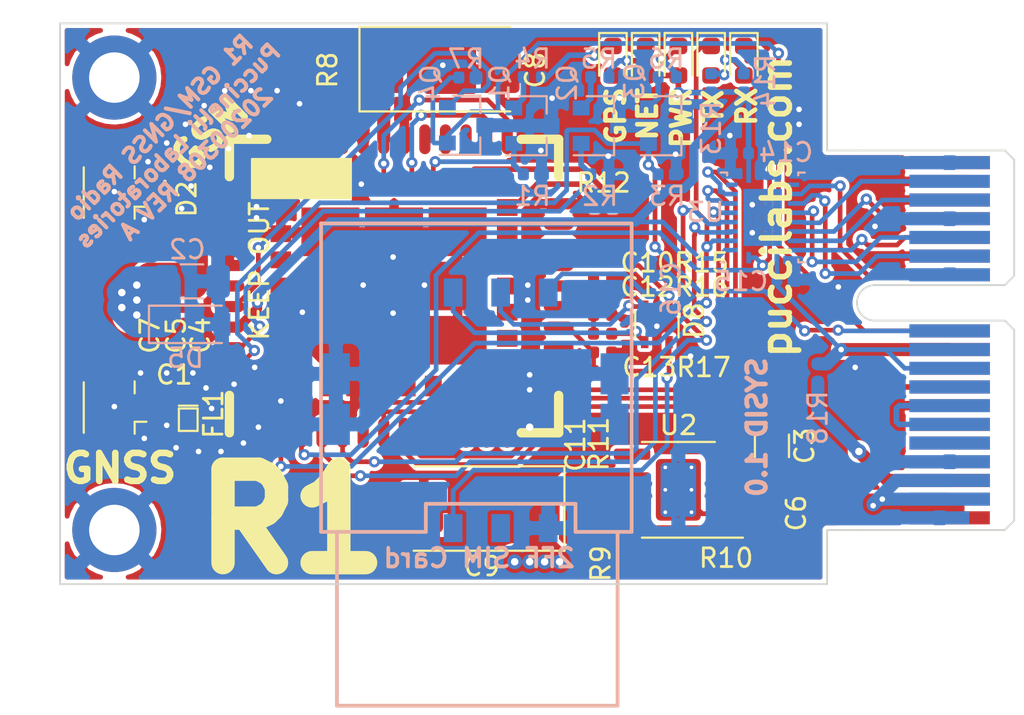
<source format=kicad_pcb>
(kicad_pcb (version 20171130) (host pcbnew "(5.1.5-0-10_14)")
  (layers (0 F.Cu signal) (1 In1.Cu signal) (2 In2.Cu signal) (31 B.Cu signal) (34 B.Paste user hide) (35 F.Paste user hide) (36 B.SilkS user) (37 F.SilkS user) (38 B.Mask user) (39 F.Mask user) (44 Edge.Cuts user))
  (net 0 "")
  (net 1 "Net-(C1-Pad2)")
  (net 2 /ANT_GNSS)
  (net 3 GND)
  (net 4 VDD)
  (net 5 "Net-(C8-Pad1)")
  (net 6 /SIM_RST)
  (net 7 /SIM_CLK)
  (net 8 /SIM_DATA)
  (net 9 /VDD_EXT)
  (net 10 VBUS)
  (net 11 /SIM_VDD)
  (net 12 "Net-(D1-Pad1)")
  (net 13 /ANT_GSM)
  (net 14 "Net-(D3-Pad1)")
  (net 15 "Net-(D4-Pad1)")
  (net 16 "Net-(D6-Pad2)")
  (net 17 /dTX)
  (net 18 "Net-(D7-Pad2)")
  (net 19 /dRX)
  (net 20 "Net-(D8-Pad5)")
  (net 21 "Net-(D8-Pad4)")
  (net 22 "Net-(D8-Pad3)")
  (net 23 "Net-(J3-Pad6)")
  (net 24 "Net-(Q1-Pad2)")
  (net 25 /GPS_PPS)
  (net 26 "Net-(Q2-Pad2)")
  (net 27 "Net-(Q3-Pad2)")
  (net 28 "Net-(Q4-Pad2)")
  (net 29 /GPS_EN)
  (net 30 /GPS_RX)
  (net 31 /GPS_TX)
  (net 32 "Net-(U1-Pad50)")
  (net 33 "Net-(U1-Pad49)")
  (net 34 "Net-(U1-Pad48)")
  (net 35 "Net-(U1-Pad47)")
  (net 36 "Net-(U1-Pad46)")
  (net 37 "Net-(U1-Pad44)")
  (net 38 "Net-(U1-Pad65)")
  (net 39 "Net-(U1-Pad64)")
  (net 40 "Net-(U1-Pad58)")
  (net 41 "Net-(U1-Pad56)")
  (net 42 "Net-(U1-Pad55)")
  (net 43 "Net-(U1-Pad54)")
  (net 44 "Net-(U1-Pad53)")
  (net 45 "Net-(U1-Pad52)")
  (net 46 "Net-(U1-Pad51)")
  (net 47 "Net-(U1-Pad43)")
  (net 48 "Net-(U1-Pad38)")
  (net 49 "Net-(U1-Pad20)")
  (net 50 "Net-(U1-Pad14)")
  (net 51 "Net-(U1-Pad26)")
  (net 52 "Net-(U1-Pad25)")
  (net 53 "Net-(U1-Pad24)")
  (net 54 "Net-(U1-Pad12)")
  (net 55 "Net-(U1-Pad11)")
  (net 56 "Net-(U1-Pad10)")
  (net 57 "Net-(U1-Pad9)")
  (net 58 /dRI)
  (net 59 /dDTR)
  (net 60 /dDCD)
  (net 61 /dCTS)
  (net 62 /dRTS)
  (net 63 /hTX)
  (net 64 /hRX)
  (net 65 /hRTS)
  (net 66 /hCTS)
  (net 67 /hDCD)
  (net 68 /hDTR)
  (net 69 /hRI)
  (net 70 "Net-(C1-Pad1)")
  (net 71 +BATT)
  (net 72 /PWROK)
  (net 73 /TMS)
  (net 74 /TDI)
  (net 75 /TCK)
  (net 76 /SW_PWR)
  (net 77 /TRST)
  (net 78 /SMDAT)
  (net 79 /SMCLK)
  (net 80 /SYSID)
  (net 81 /NETACT)
  (net 82 "Net-(R8-Pad2)")
  (net 83 "Net-(R11-Pad1)")
  (net 84 "Net-(R10-Pad2)")
  (net 85 "Net-(R12-Pad2)")
  (net 86 "Net-(U3-Pad12)")
  (net 87 "Net-(U3-Pad9)")
  (module Resistor_SMD:R_0402_1005Metric (layer F.Cu) (at 157.7125 114.25)
    (fp_text reference R10 (at 2.5875 0.15) (layer F.SilkS))
    (fp_text value 100K)
    (pad 2 smd roundrect (at 0.485 0) (size 0.59 0.64) (layers F.Cu F.Paste F.Mask) (net 84 "Net-(R10-Pad2)"))
    (pad 1 smd roundrect (at -0.485 0) (size 0.59 0.64) (layers F.Cu F.Paste F.Mask) (net 4 VDD))
  )
  (module Resistor_SMD:R_0402_1005Metric (layer B.Cu) (at 165.2 104.5 270)
    (fp_text reference R18 (at 2.4 0 90) (layer B.SilkS) (effects (justify mirror)))
    (fp_text value 9k53)
    (pad 2 smd roundrect (at 0.485 0 270) (size 0.59 0.64) (layers B.Cu B.Paste B.Mask) (net 80 /SYSID))
    (pad 1 smd roundrect (at -0.485 0 270) (size 0.59 0.64) (layers B.Cu B.Paste B.Mask) (net 10 VBUS))
  )
  (module Custom_Footprints:SIM-104 (layer B.Cu) (at 148.25 106.5 180)
    (fp_text reference J3 hide)
    (fp_text value SIM_Card)
    (fp_text user "2FF SIM Card" (at 1.15 -7.9) (layer B.SilkS) (effects (font (thickness 0.2)) (justify mirror)))
    (pad 1 smd rect (at -2.54 6.3 180) (size 1 1.5) (layers B.Cu B.Paste B.Mask) (net 11 /SIM_VDD))
    (pad 2 smd rect (at 0 6.3 180) (size 1 1.5) (layers B.Cu B.Paste B.Mask) (net 22 "Net-(D8-Pad3)"))
    (pad 3 smd rect (at 2.54 6.3 180) (size 1 1.5) (layers B.Cu B.Paste B.Mask) (net 21 "Net-(D8-Pad4)"))
    (pad 5 smd rect (at -2.54 -6.3 180) (size 1 1.5) (layers B.Cu B.Paste B.Mask) (net 3 GND))
    (pad 6 smd rect (at 0 -6.3 180) (size 1 1.5) (layers B.Cu B.Paste B.Mask) (net 23 "Net-(J3-Pad6)"))
    (pad 7 smd rect (at 2.54 -6.3 180) (size 1 1.5) (layers B.Cu B.Paste B.Mask) (net 20 "Net-(D8-Pad5)"))
    (pad 5 smd rect (at -6.09 1.95 180) (size 1.5 2.2) (layers B.Cu B.Paste B.Mask) (net 3 GND))
    (pad 5 smd rect (at -6.09 -0.75 180) (size 1.5 2.2) (layers B.Cu B.Paste B.Mask) (net 3 GND))
    (pad 5 smd rect (at 8.81 1.95 180) (size 1.5 2.2) (layers B.Cu B.Paste B.Mask) (net 3 GND))
    (pad 5 smd rect (at 8.81 -0.75 180) (size 1.5 2.2) (layers B.Cu B.Paste B.Mask) (net 3 GND))
  )
  (module Diode_SMD:D_0402_1005Metric (layer F.Cu) (at 130.3 95.35 270)
    (fp_text reference D2 (at -0.15 -1.17 90) (layer F.SilkS))
    (fp_text value D_TVS)
    (pad 2 smd roundrect (at 0.485 0 270) (size 0.59 0.64) (layers F.Cu F.Paste F.Mask) (net 3 GND))
    (pad 1 smd roundrect (at -0.485 0 270) (size 0.59 0.64) (layers F.Cu F.Paste F.Mask) (net 13 /ANT_GSM))
  )
  (module Package_SO:SOIC-8-1EP_3.9x4.9mm_P1.27mm_EP2.41x3.3mm_ThermalVias (layer F.Cu) (at 157.75 110.75 180)
    (fp_text reference U2 (at 0 3.45) (layer F.SilkS))
    (fp_text value RT9059)
    (pad 9 smd roundrect (at 0 0 180) (size 2.41 3.3) (layers F.Cu F.Mask) (roundrect_rratio 0.103734) (net 3 GND))
    (pad 9 thru_hole circle (at -0.7 -1.2 180) (size 0.5 0.5) (drill 0.2) (layers *.Cu) (net 3 GND))
    (pad 9 thru_hole circle (at 0.7 -1.2 180) (size 0.5 0.5) (drill 0.2) (layers *.Cu) (net 3 GND))
    (pad 9 thru_hole circle (at -0.7 0 180) (size 0.5 0.5) (drill 0.2) (layers *.Cu) (net 3 GND))
    (pad 9 thru_hole circle (at 0.7 0 180) (size 0.5 0.5) (drill 0.2) (layers *.Cu) (net 3 GND))
    (pad 9 thru_hole circle (at -0.7 1.2 180) (size 0.5 0.5) (drill 0.2) (layers *.Cu) (net 3 GND))
    (pad 9 thru_hole circle (at 0.7 1.2 180) (size 0.5 0.5) (drill 0.2) (layers *.Cu) (net 3 GND))
    (pad 9 smd roundrect (at 0 0 180) (size 1.9 2.9) (layers B.Cu) (roundrect_rratio 0.131579) (net 3 GND))
    (pad 1 smd roundrect (at -2.475 -1.905 180) (size 1.95 0.6) (layers F.Cu F.Paste F.Mask) (net 84 "Net-(R10-Pad2)"))
    (pad 2 smd roundrect (at -2.475 -0.635 180) (size 1.95 0.6) (layers F.Cu F.Paste F.Mask) (net 71 +BATT))
    (pad 3 smd roundrect (at -2.475 0.635 180) (size 1.95 0.6) (layers F.Cu F.Paste F.Mask) (net 71 +BATT))
    (pad 4 smd roundrect (at -2.475 1.905 180) (size 1.95 0.6) (layers F.Cu F.Paste F.Mask) (net 71 +BATT))
    (pad 5 smd roundrect (at 2.475 1.905 180) (size 1.95 0.6) (layers F.Cu F.Paste F.Mask))
    (pad 6 smd roundrect (at 2.475 0.635 180) (size 1.95 0.6) (layers F.Cu F.Paste F.Mask) (net 4 VDD))
    (pad 7 smd roundrect (at 2.475 -0.635 180) (size 1.95 0.6) (layers F.Cu F.Paste F.Mask) (net 83 "Net-(R11-Pad1)"))
    (pad 8 smd roundrect (at 2.475 -1.905 180) (size 1.95 0.6) (layers F.Cu F.Paste F.Mask) (net 3 GND))
  )
  (module Capacitor_SMD:C_1206_3216Metric (layer B.Cu) (at 131.75 99.6)
    (fp_text reference C2 (at -0.25 -1.7) (layer B.SilkS) (effects (justify mirror)))
    (fp_text value 100uF)
    (pad 2 smd roundrect (at 1.4 0) (size 1.25 1.75) (layers B.Cu B.Paste B.Mask) (roundrect_rratio 0.2) (net 3 GND))
    (pad 1 smd roundrect (at -1.4 0) (size 1.25 1.75) (layers B.Cu B.Paste B.Mask) (roundrect_rratio 0.2) (net 4 VDD))
  )
  (module Custom_Footprints:VQFN-20_EP_3.5x4.5_Pitch0.5mm (layer B.Cu) (at 162.256249 96.18125)
    (fp_text reference U3 (at -3.056249 -0.28125) (layer B.SilkS) (effects (justify mirror)))
    (fp_text value TXS0108ERGY)
    (pad 21 smd rect (at 0.768749 -1.14375) (size 0.512499 0.7625) (layers B.Cu B.Paste B.Mask) (net 3 GND))
    (pad 21 smd rect (at 0.768749 -0.38125) (size 0.512499 0.7625) (layers B.Cu B.Paste B.Mask) (net 3 GND))
    (pad 21 smd rect (at 0.768749 0.38125) (size 0.512499 0.7625) (layers B.Cu B.Paste B.Mask) (net 3 GND))
    (pad 21 smd rect (at 0.768749 1.14375) (size 0.512499 0.7625) (layers B.Cu B.Paste B.Mask) (net 3 GND))
    (pad 21 smd rect (at 0.256249 -1.14375) (size 0.512499 0.7625) (layers B.Cu B.Paste B.Mask) (net 3 GND))
    (pad 21 smd rect (at 0.256249 -0.38125) (size 0.512499 0.7625) (layers B.Cu B.Paste B.Mask) (net 3 GND))
    (pad 21 smd rect (at 0.256249 0.38125) (size 0.512499 0.7625) (layers B.Cu B.Paste B.Mask) (net 3 GND))
    (pad 21 smd rect (at 0.256249 1.14375) (size 0.512499 0.7625) (layers B.Cu B.Paste B.Mask) (net 3 GND))
    (pad 21 smd rect (at -0.256249 -1.14375) (size 0.512499 0.7625) (layers B.Cu B.Paste B.Mask) (net 3 GND))
    (pad 21 smd rect (at -0.256249 -0.38125) (size 0.512499 0.7625) (layers B.Cu B.Paste B.Mask) (net 3 GND))
    (pad 21 smd rect (at -0.256249 0.38125) (size 0.512499 0.7625) (layers B.Cu B.Paste B.Mask) (net 3 GND))
    (pad 21 smd rect (at -0.256249 1.14375) (size 0.512499 0.7625) (layers B.Cu B.Paste B.Mask) (net 3 GND))
    (pad 21 smd rect (at -0.768749 -1.14375) (size 0.512499 0.7625) (layers B.Cu B.Paste B.Mask) (net 3 GND))
    (pad 21 smd rect (at -0.768749 -0.38125) (size 0.512499 0.7625) (layers B.Cu B.Paste B.Mask) (net 3 GND))
    (pad 21 smd rect (at -0.768749 0.38125) (size 0.512499 0.7625) (layers B.Cu B.Paste B.Mask) (net 3 GND))
    (pad 21 smd rect (at -0.768749 1.14375) (size 0.512499 0.7625) (layers B.Cu B.Paste B.Mask) (net 3 GND))
    (pad 1 smd rect (at -0.75 2.15) (size 0.24 0.6) (layers B.Cu B.Paste B.Mask) (net 19 /dRX))
    (pad 20 smd rect (at 0.75 2.15) (size 0.24 0.6) (layers B.Cu B.Paste B.Mask) (net 10 VBUS))
    (pad 19 smd rect (at 1.65 1.75 270) (size 0.24 0.6) (layers B.Cu B.Paste B.Mask) (net 63 /hTX))
    (pad 18 smd rect (at 1.65 1.25 270) (size 0.24 0.6) (layers B.Cu B.Paste B.Mask) (net 64 /hRX))
    (pad 17 smd rect (at 1.65 0.75 270) (size 0.24 0.6) (layers B.Cu B.Paste B.Mask) (net 65 /hRTS))
    (pad 16 smd rect (at 1.65 0.25 270) (size 0.24 0.6) (layers B.Cu B.Paste B.Mask) (net 66 /hCTS))
    (pad 15 smd rect (at 1.65 -0.25 270) (size 0.24 0.6) (layers B.Cu B.Paste B.Mask) (net 67 /hDCD))
    (pad 14 smd rect (at 1.65 -0.75 270) (size 0.24 0.6) (layers B.Cu B.Paste B.Mask) (net 68 /hDTR))
    (pad 13 smd rect (at 1.65 -1.25 270) (size 0.24 0.6) (layers B.Cu B.Paste B.Mask) (net 69 /hRI))
    (pad 12 smd rect (at 1.65 -1.75 270) (size 0.24 0.6) (layers B.Cu B.Paste B.Mask) (net 86 "Net-(U3-Pad12)"))
    (pad 11 smd rect (at 0.75 -2.15) (size 0.24 0.6) (layers B.Cu B.Paste B.Mask) (net 3 GND))
    (pad 10 smd rect (at -0.75 -2.15) (size 0.24 0.6) (layers B.Cu B.Paste B.Mask) (net 9 /VDD_EXT))
    (pad 9 smd rect (at -1.65 -1.75 270) (size 0.24 0.6) (layers B.Cu B.Paste B.Mask) (net 87 "Net-(U3-Pad9)"))
    (pad 8 smd rect (at -1.65 -1.25 270) (size 0.24 0.6) (layers B.Cu B.Paste B.Mask) (net 58 /dRI))
    (pad 7 smd rect (at -1.65 -0.75 270) (size 0.24 0.6) (layers B.Cu B.Paste B.Mask) (net 59 /dDTR))
    (pad 6 smd rect (at -1.65 -0.25 270) (size 0.24 0.6) (layers B.Cu B.Paste B.Mask) (net 60 /dDCD))
    (pad 5 smd rect (at -1.65 0.25 270) (size 0.24 0.6) (layers B.Cu B.Paste B.Mask) (net 62 /dRTS))
    (pad 4 smd rect (at -1.65 0.75 270) (size 0.24 0.6) (layers B.Cu B.Paste B.Mask) (net 61 /dCTS))
    (pad 3 smd rect (at -1.65 1.25 270) (size 0.24 0.6) (layers B.Cu B.Paste B.Mask) (net 17 /dTX))
    (pad 2 smd rect (at -1.65 1.75 270) (size 0.24 0.6) (layers B.Cu B.Paste B.Mask) (net 9 /VDD_EXT))
  )
  (module Resistor_SMD:R_0402_1005Metric (layer F.Cu) (at 153.7 104.4 180)
    (fp_text reference R17 (at -5.4 0.2) (layer F.SilkS))
    (fp_text value 51R)
    (pad 2 smd roundrect (at 0.485 0 180) (size 0.59 0.64) (layers F.Cu F.Paste F.Mask) (net 8 /SIM_DATA))
    (pad 1 smd roundrect (at -0.485 0 180) (size 0.59 0.64) (layers F.Cu F.Paste F.Mask) (net 20 "Net-(D8-Pad5)"))
  )
  (module Resistor_SMD:R_0402_1005Metric (layer F.Cu) (at 153.7 102.4 180)
    (fp_text reference R16 (at -5.3 2.5) (layer F.SilkS))
    (fp_text value 51R)
    (pad 2 smd roundrect (at 0.485 0 180) (size 0.59 0.64) (layers F.Cu F.Paste F.Mask) (net 7 /SIM_CLK))
    (pad 1 smd roundrect (at -0.485 0 180) (size 0.59 0.64) (layers F.Cu F.Paste F.Mask) (net 21 "Net-(D8-Pad4)"))
  )
  (module Resistor_SMD:R_0402_1005Metric (layer F.Cu) (at 153.7 100.4 180)
    (fp_text reference R15 (at -5.3 1.8) (layer F.SilkS))
    (fp_text value 51R)
    (pad 2 smd roundrect (at 0.485 0 180) (size 0.59 0.64) (layers F.Cu F.Paste F.Mask) (net 6 /SIM_RST))
    (pad 1 smd roundrect (at -0.485 0 180) (size 0.59 0.64) (layers F.Cu F.Paste F.Mask) (net 22 "Net-(D8-Pad3)"))
  )
  (module Resistor_SMD:R_0402_1005Metric (layer B.Cu) (at 161.25 88.985 90)
    (fp_text reference R14 (at 0.085 1.15 270) (layer B.SilkS) (effects (justify mirror)))
    (fp_text value 470R)
    (pad 2 smd roundrect (at 0.485 0 90) (size 0.59 0.64) (layers B.Cu B.Paste B.Mask) (net 18 "Net-(D7-Pad2)"))
    (pad 1 smd roundrect (at -0.485 0 90) (size 0.59 0.64) (layers B.Cu B.Paste B.Mask) (net 9 /VDD_EXT))
  )
  (module Resistor_SMD:R_0402_1005Metric (layer B.Cu) (at 159.5 88.985 90)
    (fp_text reference R13 (at -2.415 0 90) (layer B.SilkS) (effects (justify mirror)))
    (fp_text value 470R)
    (pad 2 smd roundrect (at 0.485 0 90) (size 0.59 0.64) (layers B.Cu B.Paste B.Mask) (net 16 "Net-(D6-Pad2)"))
    (pad 1 smd roundrect (at -0.485 0 90) (size 0.59 0.64) (layers B.Cu B.Paste B.Mask) (net 9 /VDD_EXT))
  )
  (module Resistor_SMD:R_0402_1005Metric (layer F.Cu) (at 153.75 95.5)
    (fp_text reference R12 (at 0 -1.17) (layer F.SilkS))
    (fp_text value 9k53)
    (pad 2 smd roundrect (at 0.485 0) (size 0.59 0.64) (layers F.Cu F.Paste F.Mask) (net 85 "Net-(R12-Pad2)"))
    (pad 1 smd roundrect (at -0.485 0) (size 0.59 0.64) (layers F.Cu F.Paste F.Mask) (net 29 /GPS_EN))
  )
  (module Resistor_SMD:R_0402_1005Metric (layer F.Cu) (at 153.5 110.75 90)
    (fp_text reference R11 (at 2.45 0 90) (layer F.SilkS))
    (fp_text value 40K)
    (pad 2 smd roundrect (at 0.485 0 90) (size 0.59 0.64) (layers F.Cu F.Paste F.Mask) (net 4 VDD))
    (pad 1 smd roundrect (at -0.485 0 90) (size 0.59 0.64) (layers F.Cu F.Paste F.Mask) (net 83 "Net-(R11-Pad1)"))
  )
  (module Resistor_SMD:R_0402_1005Metric (layer F.Cu) (at 153.5 112.75 270)
    (fp_text reference R9 (at 1.95 -0.1 90) (layer F.SilkS))
    (fp_text value 9k53)
    (pad 2 smd roundrect (at 0.485 0 270) (size 0.59 0.64) (layers F.Cu F.Paste F.Mask) (net 3 GND))
    (pad 1 smd roundrect (at -0.485 0 270) (size 0.59 0.64) (layers F.Cu F.Paste F.Mask) (net 83 "Net-(R11-Pad1)"))
  )
  (module Resistor_SMD:R_0402_1005Metric (layer F.Cu) (at 140 88.25 270)
    (fp_text reference R8 (at 0.05 1 90) (layer F.SilkS))
    (fp_text value 9k53)
    (pad 2 smd roundrect (at 0.485 0 270) (size 0.59 0.64) (layers F.Cu F.Paste F.Mask) (net 82 "Net-(R8-Pad2)"))
    (pad 1 smd roundrect (at -0.485 0 270) (size 0.59 0.64) (layers F.Cu F.Paste F.Mask) (net 3 GND))
  )
  (module Resistor_SMD:R_0402_1005Metric (layer B.Cu) (at 146.5 88.7)
    (fp_text reference R7 (at -0.1 -1) (layer B.SilkS) (effects (justify mirror)))
    (fp_text value 51k)
    (pad 2 smd roundrect (at 0.485 0) (size 0.59 0.64) (layers B.Cu B.Paste B.Mask) (net 3 GND))
    (pad 1 smd roundrect (at -0.485 0) (size 0.59 0.64) (layers B.Cu B.Paste B.Mask) (net 76 /SW_PWR))
  )
  (module Resistor_SMD:R_0402_1005Metric (layer B.Cu) (at 157.15 88.675)
    (fp_text reference R6 (at -0.05 -0.975) (layer B.SilkS) (effects (justify mirror)))
    (fp_text value 470R)
    (pad 2 smd roundrect (at 0.485 0) (size 0.59 0.64) (layers B.Cu B.Paste B.Mask) (net 15 "Net-(D4-Pad1)"))
    (pad 1 smd roundrect (at -0.485 0) (size 0.59 0.64) (layers B.Cu B.Paste B.Mask) (net 27 "Net-(Q3-Pad2)"))
  )
  (module Resistor_SMD:R_0402_1005Metric (layer B.Cu) (at 153.55 88.675)
    (fp_text reference R5 (at -0.05 -0.975) (layer B.SilkS) (effects (justify mirror)))
    (fp_text value 470R)
    (pad 2 smd roundrect (at 0.485 0) (size 0.59 0.64) (layers B.Cu B.Paste B.Mask) (net 14 "Net-(D3-Pad1)"))
    (pad 1 smd roundrect (at -0.485 0) (size 0.59 0.64) (layers B.Cu B.Paste B.Mask) (net 26 "Net-(Q2-Pad2)"))
  )
  (module Resistor_SMD:R_0402_1005Metric (layer B.Cu) (at 149.95 88.675)
    (fp_text reference R4 (at 0 -0.975) (layer B.SilkS) (effects (justify mirror)))
    (fp_text value 470R)
    (pad 2 smd roundrect (at 0.485 0) (size 0.59 0.64) (layers B.Cu B.Paste B.Mask) (net 12 "Net-(D1-Pad1)"))
    (pad 1 smd roundrect (at -0.485 0) (size 0.59 0.64) (layers B.Cu B.Paste B.Mask) (net 24 "Net-(Q1-Pad2)"))
  )
  (module Resistor_SMD:R_0402_1005Metric (layer B.Cu) (at 157.15 93.875)
    (fp_text reference R3 (at 0 1.17) (layer B.SilkS) (effects (justify mirror)))
    (fp_text value 51k)
    (pad 2 smd roundrect (at 0.485 0) (size 0.59 0.64) (layers B.Cu B.Paste B.Mask) (net 3 GND))
    (pad 1 smd roundrect (at -0.485 0) (size 0.59 0.64) (layers B.Cu B.Paste B.Mask) (net 72 /PWROK))
  )
  (module Resistor_SMD:R_0402_1005Metric (layer B.Cu) (at 153.55 93.875)
    (fp_text reference R2 (at 0 1.17) (layer B.SilkS) (effects (justify mirror)))
    (fp_text value 51k)
    (pad 2 smd roundrect (at 0.485 0) (size 0.59 0.64) (layers B.Cu B.Paste B.Mask) (net 3 GND))
    (pad 1 smd roundrect (at -0.485 0) (size 0.59 0.64) (layers B.Cu B.Paste B.Mask) (net 81 /NETACT))
  )
  (module Resistor_SMD:R_0402_1005Metric (layer B.Cu) (at 149.95 93.875)
    (fp_text reference R1 (at 0 1.17) (layer B.SilkS) (effects (justify mirror)))
    (fp_text value 51k)
    (pad 2 smd roundrect (at 0.485 0) (size 0.59 0.64) (layers B.Cu B.Paste B.Mask) (net 3 GND))
    (pad 1 smd roundrect (at -0.485 0) (size 0.59 0.64) (layers B.Cu B.Paste B.Mask) (net 25 /GPS_PPS))
  )
  (module Capacitor_Tantalum_SMD:CP_EIA-7343-31_Kemet-D (layer F.Cu) (at 147.25 111.75 180)
    (fp_text reference C9 (at 0 -3.1) (layer F.SilkS))
    (fp_text value 330uF)
    (pad 2 smd roundrect (at 3.1125 0 180) (size 2.075 2.55) (layers F.Cu F.Paste F.Mask) (roundrect_rratio 0.120482) (net 3 GND))
    (pad 1 smd roundrect (at -3.1125 0 180) (size 2.075 2.55) (layers F.Cu F.Paste F.Mask) (roundrect_rratio 0.120482) (net 4 VDD))
  )
  (module Capacitor_Tantalum_SMD:CP_EIA-7343-31_Kemet-D (layer F.Cu) (at 145.1125 88.25)
    (fp_text reference C8 (at 4.9875 0.05 90) (layer F.SilkS))
    (fp_text value 330uF)
    (pad 2 smd roundrect (at 3.1125 0) (size 2.075 2.55) (layers F.Cu F.Paste F.Mask) (roundrect_rratio 0.120482) (net 3 GND))
    (pad 1 smd roundrect (at -3.1125 0) (size 2.075 2.55) (layers F.Cu F.Paste F.Mask) (roundrect_rratio 0.120482) (net 5 "Net-(C8-Pad1)"))
  )
  (module Capacitor_SMD:C_0402_1005Metric (layer F.Cu) (at 131.8 100.55 270)
    (fp_text reference C4 (at 1.95 -0.4 270) (layer F.SilkS))
    (fp_text value 1uF)
    (pad 2 smd roundrect (at 0.485 0 270) (size 0.59 0.64) (layers F.Cu F.Paste F.Mask) (net 3 GND))
    (pad 1 smd roundrect (at -0.485 0 270) (size 0.59 0.64) (layers F.Cu F.Paste F.Mask) (net 4 VDD))
  )
  (module Custom_Footprints:SIM868 (layer F.Cu) (at 142.55 99.85 90)
    (fp_text reference U1 hide)
    (fp_text value SIM868)
    (fp_text user "KEEP OUT" (at 0.8 -7.2 270) (layer F.SilkS))
    (pad 1 smd oval (at -7.85 -6.05 90) (size 1.6 0.6) (layers F.Cu F.Paste F.Mask) (net 17 /dTX))
    (pad 2 smd oval (at -7.85 -4.95 90) (size 1.6 0.6) (layers F.Cu F.Paste F.Mask) (net 19 /dRX))
    (pad 3 smd oval (at -7.85 -3.85 90) (size 1.6 0.6) (layers F.Cu F.Paste F.Mask) (net 62 /dRTS))
    (pad 4 smd oval (at -7.85 -2.75 90) (size 1.6 0.6) (layers F.Cu F.Paste F.Mask) (net 61 /dCTS))
    (pad 5 smd oval (at -7.85 -1.65 90) (size 1.6 0.6) (layers F.Cu F.Paste F.Mask) (net 60 /dDCD))
    (pad 6 smd oval (at -7.85 -0.55 90) (size 1.6 0.6) (layers F.Cu F.Paste F.Mask) (net 59 /dDTR))
    (pad 7 smd oval (at -7.85 0.55 90) (size 1.6 0.6) (layers F.Cu F.Paste F.Mask) (net 58 /dRI))
    (pad 8 smd oval (at -7.85 1.65 90) (size 1.6 0.6) (layers F.Cu F.Paste F.Mask) (net 3 GND))
    (pad 9 smd oval (at -7.85 2.75 90) (size 1.6 0.6) (layers F.Cu F.Paste F.Mask) (net 57 "Net-(U1-Pad9)"))
    (pad 10 smd oval (at -7.85 3.85 90) (size 1.6 0.6) (layers F.Cu F.Paste F.Mask) (net 56 "Net-(U1-Pad10)"))
    (pad 11 smd oval (at -7.85 4.95 90) (size 1.6 0.6) (layers F.Cu F.Paste F.Mask) (net 55 "Net-(U1-Pad11)"))
    (pad 12 smd oval (at -7.85 6.05 90) (size 1.6 0.6) (layers F.Cu F.Paste F.Mask) (net 54 "Net-(U1-Pad12)"))
    (pad 13 smd oval (at -4.4 8.8 180) (size 1.6 0.6) (layers F.Cu F.Paste F.Mask) (net 3 GND))
    (pad 22 smd oval (at 7.85 6.05 270) (size 1.6 0.6) (layers F.Cu F.Paste F.Mask) (net 30 /GPS_RX))
    (pad 34 smd oval (at 4.4 -8.8) (size 1.6 0.6) (layers F.Cu F.Paste F.Mask) (net 4 VDD))
    (pad 23 smd oval (at 7.85 4.95 270) (size 1.6 0.6) (layers F.Cu F.Paste F.Mask) (net 31 /GPS_TX))
    (pad 24 smd oval (at 7.85 3.85 270) (size 1.6 0.6) (layers F.Cu F.Paste F.Mask) (net 53 "Net-(U1-Pad24)"))
    (pad 25 smd oval (at 7.85 2.75 270) (size 1.6 0.6) (layers F.Cu F.Paste F.Mask) (net 52 "Net-(U1-Pad25)"))
    (pad 26 smd oval (at 7.85 1.65 270) (size 1.6 0.6) (layers F.Cu F.Paste F.Mask) (net 51 "Net-(U1-Pad26)"))
    (pad 27 smd oval (at 7.85 0.55 270) (size 1.6 0.6) (layers F.Cu F.Paste F.Mask) (net 3 GND))
    (pad 28 smd oval (at 7.85 -0.55 270) (size 1.6 0.6) (layers F.Cu F.Paste F.Mask) (net 5 "Net-(C8-Pad1)"))
    (pad 29 smd oval (at 7.85 -1.65 270) (size 1.6 0.6) (layers F.Cu F.Paste F.Mask) (net 82 "Net-(R8-Pad2)"))
    (pad 30 smd oval (at 7.85 -2.75 270) (size 1.6 0.6) (layers F.Cu F.Paste F.Mask) (net 3 GND))
    (pad 31 smd oval (at 7.85 -3.85 270) (size 1.6 0.6) (layers F.Cu F.Paste F.Mask) (net 3 GND))
    (pad 32 smd oval (at 7.85 -4.95 270) (size 1.6 0.6) (layers F.Cu F.Paste F.Mask) (net 13 /ANT_GSM))
    (pad 33 smd oval (at 7.85 -6.05 270) (size 1.6 0.6) (layers F.Cu F.Paste F.Mask) (net 3 GND))
    (pad 14 smd oval (at -3.3 8.8 180) (size 1.6 0.6) (layers F.Cu F.Paste F.Mask) (net 50 "Net-(U1-Pad14)"))
    (pad 15 smd oval (at -2.2 8.8 180) (size 1.6 0.6) (layers F.Cu F.Paste F.Mask) (net 8 /SIM_DATA))
    (pad 16 smd oval (at -1.1 8.8 180) (size 1.6 0.6) (layers F.Cu F.Paste F.Mask) (net 7 /SIM_CLK))
    (pad 17 smd oval (at 0 8.8 180) (size 1.6 0.6) (layers F.Cu F.Paste F.Mask) (net 6 /SIM_RST))
    (pad 18 smd oval (at 1.1 8.8 180) (size 1.6 0.6) (layers F.Cu F.Paste F.Mask) (net 11 /SIM_VDD))
    (pad 19 smd oval (at 2.2 8.8 180) (size 1.6 0.6) (layers F.Cu F.Paste F.Mask) (net 3 GND))
    (pad 20 smd oval (at 3.3 8.8 180) (size 1.6 0.6) (layers F.Cu F.Paste F.Mask) (net 49 "Net-(U1-Pad20)"))
    (pad 21 smd oval (at 4.4 8.8 180) (size 1.6 0.6) (layers F.Cu F.Paste F.Mask) (net 3 GND))
    (pad 35 smd oval (at 3.3 -8.8) (size 1.6 0.6) (layers F.Cu F.Paste F.Mask) (net 4 VDD))
    (pad 36 smd oval (at 2.2 -8.8) (size 1.6 0.6) (layers F.Cu F.Paste F.Mask) (net 3 GND))
    (pad 37 smd oval (at 1.1 -8.8) (size 1.6 0.6) (layers F.Cu F.Paste F.Mask) (net 3 GND))
    (pad 38 smd oval (at 0 -8.8) (size 1.6 0.6) (layers F.Cu F.Paste F.Mask) (net 48 "Net-(U1-Pad38)"))
    (pad 39 smd oval (at -1.1 -8.8) (size 1.6 0.6) (layers F.Cu F.Paste F.Mask) (net 28 "Net-(Q4-Pad2)"))
    (pad 40 smd oval (at -2.2 -8.8) (size 1.6 0.6) (layers F.Cu F.Paste F.Mask) (net 9 /VDD_EXT))
    (pad 41 smd oval (at -3.3 -8.8) (size 1.6 0.6) (layers F.Cu F.Paste F.Mask) (net 81 /NETACT))
    (pad 42 smd oval (at -4.4 -8.8) (size 1.6 0.6) (layers F.Cu F.Paste F.Mask) (net 72 /PWROK))
    (pad 43 smd rect (at -5.35 -4.9) (size 0.9 1.1) (layers F.Cu F.Mask) (net 47 "Net-(U1-Pad43)"))
    (pad 51 smd rect (at -4.2 6.05 90) (size 0.9 1.1) (layers F.Cu F.Mask) (net 46 "Net-(U1-Pad51)"))
    (pad 52 smd rect (at -2.8 6.05 90) (size 0.9 1.1) (layers F.Cu F.Mask) (net 45 "Net-(U1-Pad52)"))
    (pad 53 smd rect (at -1.4 6.05 90) (size 0.9 1.1) (layers F.Cu F.Mask) (net 44 "Net-(U1-Pad53)"))
    (pad 54 smd rect (at 0 6.05 90) (size 0.9 1.1) (layers F.Cu F.Mask) (net 43 "Net-(U1-Pad54)"))
    (pad 55 smd rect (at 1.4 6.05 90) (size 0.9 1.1) (layers F.Cu F.Mask) (net 42 "Net-(U1-Pad55)"))
    (pad 56 smd rect (at 2.8 6.05 90) (size 0.9 1.1) (layers F.Cu F.Mask) (net 41 "Net-(U1-Pad56)"))
    (pad 57 smd rect (at 4.2 6.05 90) (size 0.9 1.1) (layers F.Cu F.Mask) (net 29 /GPS_EN))
    (pad 63 smd rect (at 2.8 -6.05 270) (size 0.9 1.1) (layers F.Cu F.Mask) (net 3 GND))
    (pad 58 smd rect (at 5.35 4.9 180) (size 0.9 1.1) (layers F.Cu F.Mask) (net 40 "Net-(U1-Pad58)"))
    (pad 64 smd rect (at 1.4 -6.05 270) (size 0.9 1.1) (layers F.Cu F.Mask) (net 39 "Net-(U1-Pad64)"))
    (pad 65 smd rect (at 0 -6.05 270) (size 0.9 1.1) (layers F.Cu F.Mask) (net 38 "Net-(U1-Pad65)"))
    (pad 66 smd rect (at -1.4 -6.05 270) (size 0.9 1.1) (layers F.Cu F.Mask) (net 3 GND))
    (pad 67 smd rect (at -2.8 -6.05 270) (size 0.9 1.1) (layers F.Cu F.Mask) (net 3 GND))
    (pad 68 smd rect (at -4.2 -6.05 270) (size 0.9 1.1) (layers F.Cu F.Mask) (net 2 /ANT_GNSS))
    (pad 44 smd rect (at -5.35 -3.5) (size 0.9 1.1) (layers F.Cu F.Mask) (net 37 "Net-(U1-Pad44)"))
    (pad 45 smd rect (at -5.35 -2.1) (size 0.9 1.1) (layers F.Cu F.Mask) (net 3 GND))
    (pad 46 smd rect (at -5.35 -0.7) (size 0.9 1.1) (layers F.Cu F.Mask) (net 36 "Net-(U1-Pad46)"))
    (pad 47 smd rect (at -5.35 0.7) (size 0.9 1.1) (layers F.Cu F.Mask) (net 35 "Net-(U1-Pad47)"))
    (pad 48 smd rect (at -5.35 2.1) (size 0.9 1.1) (layers F.Cu F.Mask) (net 34 "Net-(U1-Pad48)"))
    (pad 49 smd rect (at -5.35 3.5) (size 0.9 1.1) (layers F.Cu F.Mask) (net 33 "Net-(U1-Pad49)"))
    (pad 50 smd rect (at -5.35 4.9) (size 0.9 1.1) (layers F.Cu F.Mask) (net 32 "Net-(U1-Pad50)"))
    (pad 59 smd rect (at 5.35 3.5 180) (size 0.9 1.1) (layers F.Cu F.Mask) (net 85 "Net-(R12-Pad2)"))
    (pad 60 smd rect (at 5.35 2.1 180) (size 0.9 1.1) (layers F.Cu F.Mask) (net 25 /GPS_PPS))
    (pad 61 smd rect (at 5.35 0.7 180) (size 0.9 1.1) (layers F.Cu F.Mask) (net 31 /GPS_TX))
    (pad 62 smd rect (at 5.35 -0.7 180) (size 0.9 1.1) (layers F.Cu F.Mask) (net 30 /GPS_RX))
    (pad 69 smd custom (at -2.9 -3.4 90) (size 1 1) (layers F.Cu F.Mask) (net 3 GND) (options (clearance outline) (anchor rect)) (primitives (gr_poly (pts (xy -1.3 1.55) (xy 1.3 1.55) (xy 1.3 -1.55) (xy -0.27 -1.55) (xy -1.3 -0.52)) (width 0))))
    (pad 70 smd rect (at -2.9 0 180) (size 3.1 2.6) (layers F.Cu F.Mask) (net 3 GND))
    (pad 71 smd rect (at -2.9 3.4 180) (size 3.1 2.6) (layers F.Cu F.Mask) (net 3 GND))
    (pad 72 smd rect (at 0 3.4 180) (size 3.1 2.6) (layers F.Cu F.Mask) (net 3 GND))
    (pad 77 smd rect (at 0 0 180) (size 3.1 2.6) (layers F.Cu F.Mask) (net 3 GND))
    (pad 76 smd rect (at 0 -3.4 180) (size 3.1 2.6) (layers F.Cu F.Mask) (net 3 GND))
    (pad 75 smd rect (at 2.9 -3.4 180) (size 3.1 2.6) (layers F.Cu F.Mask) (net 3 GND))
    (pad 74 smd rect (at 2.9 0 180) (size 3.1 2.6) (layers F.Cu F.Mask) (net 3 GND))
    (pad 73 smd rect (at 2.9 3.4 180) (size 3.1 2.6) (layers F.Cu F.Mask) (net 3 GND))
  )
  (module Capacitor_SMD:C_0402_1005Metric (layer B.Cu) (at 161.015 92.75 180)
    (fp_text reference C14 (at -2.485 0.05) (layer B.SilkS) (effects (justify mirror)))
    (fp_text value 100nF)
    (pad 2 smd roundrect (at 0.485 0 180) (size 0.59 0.64) (layers B.Cu B.Paste B.Mask) (net 3 GND))
    (pad 1 smd roundrect (at -0.485 0 180) (size 0.59 0.64) (layers B.Cu B.Paste B.Mask) (net 9 /VDD_EXT))
  )
  (module Capacitor_SMD:C_0402_1005Metric (layer F.Cu) (at 162.75 111.985 270)
    (fp_text reference C6 (at 0.015 -1.3 90) (layer F.SilkS))
    (fp_text value 1uF)
    (pad 1 smd roundrect (at -0.485 0 270) (size 0.59 0.64) (layers F.Cu F.Paste F.Mask) (net 71 +BATT))
    (pad 2 smd roundrect (at 0.485 0 270) (size 0.59 0.64) (layers F.Cu F.Paste F.Mask) (net 3 GND))
  )
  (module Package_TO_SOT_SMD:SOT-23 (layer B.Cu) (at 146.4 91.25)
    (fp_text reference Q4 (at -1.9 -2.25 270) (layer B.SilkS) (effects (justify mirror)))
    (fp_text value Q_NMOS_GDS)
    (pad 1 smd rect (at -1 0.95) (size 0.9 0.8) (layers B.Cu B.Paste B.Mask) (net 76 /SW_PWR))
    (pad 2 smd rect (at -1 -0.95) (size 0.9 0.8) (layers B.Cu B.Paste B.Mask) (net 28 "Net-(Q4-Pad2)"))
    (pad 3 smd rect (at 1 0) (size 0.9 0.8) (layers B.Cu B.Paste B.Mask) (net 3 GND))
  )
  (module Package_TO_SOT_SMD:SOT-353_SC-70-5 (layer F.Cu) (at 156.6 101.9 270)
    (fp_text reference D8 (at -0.2 -2 90) (layer F.SilkS))
    (fp_text value ESDA6V1W5)
    (pad 5 smd rect (at 0.95 -0.65 270) (size 0.65 0.4) (layers F.Cu F.Paste F.Mask) (net 20 "Net-(D8-Pad5)"))
    (pad 4 smd rect (at 0.95 0.65 270) (size 0.65 0.4) (layers F.Cu F.Paste F.Mask) (net 21 "Net-(D8-Pad4)"))
    (pad 2 smd rect (at -0.95 0 270) (size 0.65 0.4) (layers F.Cu F.Paste F.Mask) (net 3 GND))
    (pad 3 smd rect (at -0.95 0.65 270) (size 0.65 0.4) (layers F.Cu F.Paste F.Mask) (net 22 "Net-(D8-Pad3)"))
    (pad 1 smd rect (at -0.95 -0.65 270) (size 0.65 0.4) (layers F.Cu F.Paste F.Mask) (net 11 /SIM_VDD))
  )
  (module Diode_SMD:D_SOD-123 (layer B.Cu) (at 131.7 101.9)
    (fp_text reference D5 (at -0.3 1.8) (layer B.SilkS) (effects (justify mirror)))
    (fp_text value "5V1 500mW")
    (pad 2 smd rect (at 1.65 0) (size 0.9 1.2) (layers B.Cu B.Paste B.Mask) (net 3 GND))
    (pad 1 smd rect (at -1.65 0) (size 0.9 1.2) (layers B.Cu B.Paste B.Mask) (net 4 VDD))
  )
  (module Capacitor_SMD:C_0402_1005Metric (layer B.Cu) (at 156.25 99.765 270)
    (fp_text reference C16 (at 0.235 -1.1 90) (layer B.SilkS) (effects (justify mirror)))
    (fp_text value 100nF)
    (pad 2 smd roundrect (at 0.485 0 270) (size 0.59 0.64) (layers B.Cu B.Paste B.Mask) (net 11 /SIM_VDD))
    (pad 1 smd roundrect (at -0.485 0 270) (size 0.59 0.64) (layers B.Cu B.Paste B.Mask) (net 3 GND))
  )
  (module Capacitor_SMD:C_0402_1005Metric (layer B.Cu) (at 163.5 99.5)
    (fp_text reference C15 (at -2.4 0.1 180) (layer B.SilkS) (effects (justify mirror)))
    (fp_text value 100nF)
    (pad 2 smd roundrect (at 0.485 0) (size 0.59 0.64) (layers B.Cu B.Paste B.Mask) (net 3 GND))
    (pad 1 smd roundrect (at -0.485 0) (size 0.59 0.64) (layers B.Cu B.Paste B.Mask) (net 10 VBUS))
  )
  (module Capacitor_SMD:C_0402_1005Metric (layer F.Cu) (at 153.7 103.4)
    (fp_text reference C13 (at 2.5 0.8) (layer F.SilkS))
    (fp_text value 22pF)
    (pad 2 smd roundrect (at 0.485 0) (size 0.59 0.64) (layers F.Cu F.Paste F.Mask) (net 3 GND))
    (pad 1 smd roundrect (at -0.485 0) (size 0.59 0.64) (layers F.Cu F.Paste F.Mask) (net 8 /SIM_DATA))
  )
  (module Capacitor_SMD:C_0402_1005Metric (layer F.Cu) (at 153.7 101.4)
    (fp_text reference C12 (at 2.4 -1.5) (layer F.SilkS))
    (fp_text value 22pF)
    (pad 2 smd roundrect (at 0.485 0) (size 0.59 0.64) (layers F.Cu F.Paste F.Mask) (net 3 GND))
    (pad 1 smd roundrect (at -0.485 0) (size 0.59 0.64) (layers F.Cu F.Paste F.Mask) (net 7 /SIM_CLK))
  )
  (module Capacitor_SMD:C_0402_1005Metric (layer F.Cu) (at 153.7 99.4)
    (fp_text reference C10 (at 2.4 -0.8) (layer F.SilkS))
    (fp_text value 22pF)
    (pad 2 smd roundrect (at 0.485 0) (size 0.59 0.64) (layers F.Cu F.Paste F.Mask) (net 3 GND))
    (pad 1 smd roundrect (at -0.485 0) (size 0.59 0.64) (layers F.Cu F.Paste F.Mask) (net 6 /SIM_RST))
  )
  (module Capacitor_SMD:C_0402_1005Metric (layer F.Cu) (at 129.8 100.55 270)
    (fp_text reference C7 (at 1.95 0.3 90) (layer F.SilkS))
    (fp_text value 22pF)
    (pad 2 smd roundrect (at 0.485 0 270) (size 0.59 0.64) (layers F.Cu F.Paste F.Mask) (net 3 GND))
    (pad 1 smd roundrect (at -0.485 0 270) (size 0.59 0.64) (layers F.Cu F.Paste F.Mask) (net 4 VDD))
  )
  (module Capacitor_SMD:C_0402_1005Metric (layer F.Cu) (at 130.8 100.55 270)
    (fp_text reference C5 (at 1.95 -0.1 270) (layer F.SilkS))
    (fp_text value 47pF)
    (pad 2 smd roundrect (at 0.485 0 270) (size 0.59 0.64) (layers F.Cu F.Paste F.Mask) (net 3 GND))
    (pad 1 smd roundrect (at -0.485 0 270) (size 0.59 0.64) (layers F.Cu F.Paste F.Mask) (net 4 VDD))
  )
  (module LED_SMD:LED_0603_1608Metric (layer F.Cu) (at 161.25 87.8 270)
    (fp_text reference D7 hide)
    (fp_text value LED)
    (pad 1 smd roundrect (at -0.7875 0 270) (size 0.875 0.95) (layers F.Cu F.Paste F.Mask) (net 19 /dRX))
    (pad 2 smd roundrect (at 0.7875 0 270) (size 0.875 0.95) (layers F.Cu F.Paste F.Mask) (net 18 "Net-(D7-Pad2)"))
  )
  (module LED_SMD:LED_0603_1608Metric (layer F.Cu) (at 159.5 87.8 270)
    (fp_text reference D6 hide)
    (fp_text value LED)
    (pad 1 smd roundrect (at -0.7875 0 270) (size 0.875 0.95) (layers F.Cu F.Paste F.Mask) (net 17 /dTX))
    (pad 2 smd roundrect (at 0.7875 0 270) (size 0.875 0.95) (layers F.Cu F.Paste F.Mask) (net 16 "Net-(D6-Pad2)"))
  )
  (module LED_SMD:LED_0603_1608Metric (layer F.Cu) (at 157.75 87.8 270)
    (fp_text reference D4 hide)
    (fp_text value LED)
    (pad 2 smd roundrect (at 0.7875 0 270) (size 0.875 0.95) (layers F.Cu F.Paste F.Mask) (net 9 /VDD_EXT))
    (pad 1 smd roundrect (at -0.7875 0 270) (size 0.875 0.95) (layers F.Cu F.Paste F.Mask) (net 15 "Net-(D4-Pad1)"))
  )
  (module Package_TO_SOT_SMD:SOT-23 (layer B.Cu) (at 157.15 91.275)
    (fp_text reference Q3 (at -1.75 -2.375 270) (layer B.SilkS) (effects (justify mirror)))
    (fp_text value Q_NMOS_GDS)
    (pad 3 smd rect (at 1 0) (size 0.9 0.8) (layers B.Cu B.Paste B.Mask) (net 3 GND))
    (pad 2 smd rect (at -1 -0.95) (size 0.9 0.8) (layers B.Cu B.Paste B.Mask) (net 27 "Net-(Q3-Pad2)"))
    (pad 1 smd rect (at -1 0.95) (size 0.9 0.8) (layers B.Cu B.Paste B.Mask) (net 72 /PWROK))
  )
  (module LED_SMD:LED_0603_1608Metric (layer F.Cu) (at 156 87.8 270)
    (fp_text reference D3 hide)
    (fp_text value LED)
    (pad 2 smd roundrect (at 0.7875 0 270) (size 0.875 0.95) (layers F.Cu F.Paste F.Mask) (net 9 /VDD_EXT))
    (pad 1 smd roundrect (at -0.7875 0 270) (size 0.875 0.95) (layers F.Cu F.Paste F.Mask) (net 14 "Net-(D3-Pad1)"))
  )
  (module Package_TO_SOT_SMD:SOT-23 (layer B.Cu) (at 153.55 91.275)
    (fp_text reference Q2 (at -1.75 -2.275 270) (layer B.SilkS) (effects (justify mirror)))
    (fp_text value Q_NMOS_GDS)
    (pad 3 smd rect (at 1 0) (size 0.9 0.8) (layers B.Cu B.Paste B.Mask) (net 3 GND))
    (pad 2 smd rect (at -1 -0.95) (size 0.9 0.8) (layers B.Cu B.Paste B.Mask) (net 26 "Net-(Q2-Pad2)"))
    (pad 1 smd rect (at -1 0.95) (size 0.9 0.8) (layers B.Cu B.Paste B.Mask) (net 81 /NETACT))
  )
  (module Package_TO_SOT_SMD:SOT-23 (layer B.Cu) (at 149.95 91.275)
    (fp_text reference Q1 (at -1.75 -2.275 90) (layer B.SilkS) (effects (justify mirror)))
    (fp_text value Q_NMOS_GDS)
    (pad 3 smd rect (at 1 0) (size 0.9 0.8) (layers B.Cu B.Paste B.Mask) (net 3 GND))
    (pad 2 smd rect (at -1 -0.95) (size 0.9 0.8) (layers B.Cu B.Paste B.Mask) (net 24 "Net-(Q1-Pad2)"))
    (pad 1 smd rect (at -1 0.95) (size 0.9 0.8) (layers B.Cu B.Paste B.Mask) (net 25 /GPS_PPS))
  )
  (module LED_SMD:LED_0603_1608Metric (layer F.Cu) (at 154.25 87.8 270)
    (fp_text reference D1 hide)
    (fp_text value LED)
    (pad 1 smd roundrect (at -0.7875 0 270) (size 0.875 0.95) (layers F.Cu F.Paste F.Mask) (net 12 "Net-(D1-Pad1)"))
    (pad 2 smd roundrect (at 0.7875 0 270) (size 0.875 0.95) (layers F.Cu F.Paste F.Mask) (net 9 /VDD_EXT))
  )
  (module Capacitor_SMD:C_0402_1005Metric (layer F.Cu) (at 152.25 110.735 270)
    (fp_text reference C11 (at -2.4 0 90) (layer F.SilkS))
    (fp_text value 100nF)
    (pad 2 smd roundrect (at 0.485 0 270) (size 0.59 0.64) (layers F.Cu F.Paste F.Mask) (net 3 GND))
    (pad 1 smd roundrect (at -0.485 0 270) (size 0.59 0.64) (layers F.Cu F.Paste F.Mask) (net 4 VDD))
  )
  (module Capacitor_SMD:C_1206_3216Metric (layer F.Cu) (at 162.75 108.4 90)
    (fp_text reference C3 (at 0 1.75 90) (layer F.SilkS))
    (fp_text value 100uF)
    (pad 1 smd roundrect (at -1.4 0 90) (size 1.25 1.75) (layers F.Cu F.Paste F.Mask) (roundrect_rratio 0.2) (net 71 +BATT))
    (pad 2 smd roundrect (at 1.4 0 90) (size 1.25 1.75) (layers F.Cu F.Paste F.Mask) (roundrect_rratio 0.2) (net 3 GND))
  )
  (module MountingHole:MountingHole_2.7mm_M2.5_ISO7380_Pad (layer F.Cu) (at 127.6 88.7 180)
    (fp_text reference H2 hide)
    (fp_text value MountingHole_Pad)
    (pad 1 thru_hole circle (at 0 0 180) (size 4.5 4.5) (drill 2.7) (layers *.Cu *.Mask) (net 3 GND))
  )
  (module MountingHole:MountingHole_2.7mm_M2.5_ISO7380_Pad (layer F.Cu) (at 127.6 112.9 180)
    (fp_text reference H1 hide)
    (fp_text value MountingHole_Pad)
    (pad 1 thru_hole circle (at 0 0 180) (size 4.5 4.5) (drill 2.7) (layers *.Cu *.Mask) (net 3 GND))
  )
  (module Filter:Filter_1109-5_1.1x0.9mm (layer F.Cu) (at 131.55 107 270)
    (fp_text reference FL1 (at -0.3 -1.35 270) (layer F.SilkS))
    (fp_text value SAFFB1G56KB0F0A)
    (pad 5 smd rect (at 0 -0.25) (size 0.25 0.18) (layers F.Cu F.Paste F.Mask) (net 3 GND))
    (pad 4 smd rect (at 0.385 -0.25) (size 0.25 0.18) (layers F.Cu F.Paste F.Mask) (net 2 /ANT_GNSS))
    (pad 3 smd rect (at 0.385 0.25) (size 0.25 0.18) (layers F.Cu F.Paste F.Mask) (net 3 GND))
    (pad 2 smd rect (at 0 0.25) (size 0.25 0.18) (layers F.Cu F.Paste F.Mask) (net 3 GND))
    (pad 1 smd rect (at -0.385 0) (size 0.25 0.18) (layers F.Cu F.Paste F.Mask) (net 70 "Net-(C1-Pad1)"))
  )
  (module Connector_PCBEdge:BUS_PCIexpress_x1 (layer F.Cu) (at 172.25 112.25 90)
    (fp_text reference J4 hide)
    (fp_text value PCIExpress)
    (fp_line (start 10.55 -4) (end 10.55 2.95) (layer Edge.Cuts) (width 0.1))
    (fp_line (start 12.45 -4) (end 12.45 2.95) (layer Edge.Cuts) (width 0.1))
    (fp_line (start -0.65 -4.95) (end -0.65 2.95) (layer Edge.Cuts) (width 0.1))
    (fp_line (start -0.15 3.45) (end 10.05 3.45) (layer Edge.Cuts) (width 0.1))
    (fp_line (start 19.65 -4.95) (end 19.65 2.95) (layer Edge.Cuts) (width 0.1))
    (fp_line (start 12.95 3.45) (end 19.15 3.45) (layer Edge.Cuts) (width 0.1))
    (fp_line (start -0.65 2.95) (end -0.15 3.45) (layer Edge.Cuts) (width 0.1))
    (fp_line (start 10.55 2.95) (end 10.05 3.45) (layer Edge.Cuts) (width 0.1))
    (fp_line (start 12.45 2.95) (end 12.95 3.45) (layer Edge.Cuts) (width 0.1))
    (fp_line (start 19.65 2.95) (end 19.15 3.45) (layer Edge.Cuts) (width 0.1))
    (fp_arc (start 11.5 -4) (end 12.45 -4) (angle -180) (layer Edge.Cuts) (width 0.1))
    (pad b1 connect rect (at 0 0 90) (size 0.7 4.3) (layers F.Cu F.Mask) (net 71 +BATT))
    (pad b2 connect rect (at 1 0 90) (size 0.7 4.3) (layers F.Cu F.Mask) (net 71 +BATT))
    (pad b3 connect rect (at 2 0 90) (size 0.7 4.3) (layers F.Cu F.Mask) (net 80 /SYSID))
    (pad b4 connect rect (at 3 0 90) (size 0.7 4.3) (layers F.Cu F.Mask) (net 3 GND))
    (pad b5 connect rect (at 4 0 90) (size 0.7 4.3) (layers F.Cu F.Mask) (net 79 /SMCLK))
    (pad b6 connect rect (at 5 0 90) (size 0.7 4.3) (layers F.Cu F.Mask) (net 78 /SMDAT))
    (pad b7 connect rect (at 6 0 90) (size 0.7 4.3) (layers F.Cu F.Mask) (net 3 GND))
    (pad b8 connect rect (at 7 0 90) (size 0.7 4.3) (layers F.Cu F.Mask) (net 10 VBUS))
    (pad b9 connect rect (at 8 0 90) (size 0.7 4.3) (layers F.Cu F.Mask) (net 77 /TRST))
    (pad b10 connect rect (at 9 0 90) (size 0.7 4.3) (layers F.Cu F.Mask) (net 10 VBUS))
    (pad b11 connect rect (at 10 0 90) (size 0.7 4.3) (layers F.Cu F.Mask) (net 76 /SW_PWR))
    (pad b14 connect rect (at 15 0 90) (size 0.7 4.3) (layers F.Cu F.Mask) (net 63 /hTX))
    (pad b15 connect rect (at 16 0 90) (size 0.7 4.3) (layers F.Cu F.Mask) (net 65 /hRTS))
    (pad b16 connect rect (at 17 0 90) (size 0.7 4.3) (layers F.Cu F.Mask) (net 3 GND))
    (pad b17 connect rect (at 18 -0.55 90) (size 0.7 3.2) (layers F.Cu F.Mask) (net 3 GND))
    (pad b18 connect rect (at 19 0 90) (size 0.7 4.3) (layers F.Cu F.Mask) (net 3 GND))
    (pad b12 connect rect (at 13 0 90) (size 0.7 4.3) (layers F.Cu F.Mask) (net 69 /hRI))
    (pad b13 connect rect (at 14 0 90) (size 0.7 4.3) (layers F.Cu F.Mask) (net 3 GND))
    (pad a1 connect rect (at 0 -0.55 90) (size 0.7 3.2) (layers B.Cu B.Mask) (net 3 GND))
    (pad a2 connect rect (at 1 0 90) (size 0.7 4.3) (layers B.Cu B.Mask) (net 71 +BATT))
    (pad a3 connect rect (at 2 0 90) (size 0.7 4.3) (layers B.Cu B.Mask) (net 71 +BATT))
    (pad a4 connect rect (at 3 0 90) (size 0.7 4.3) (layers B.Cu B.Mask) (net 3 GND))
    (pad a5 connect rect (at 4 0 90) (size 0.7 4.3) (layers B.Cu B.Mask) (net 75 /TCK))
    (pad a6 connect rect (at 5 0 90) (size 0.7 4.3) (layers B.Cu B.Mask) (net 74 /TDI))
    (pad a7 connect rect (at 6 0 90) (size 0.7 4.3) (layers B.Cu B.Mask) (net 74 /TDI))
    (pad a8 connect rect (at 7 0 90) (size 0.7 4.3) (layers B.Cu B.Mask) (net 73 /TMS))
    (pad a9 connect rect (at 8 0 90) (size 0.7 4.3) (layers B.Cu B.Mask) (net 10 VBUS))
    (pad a10 connect rect (at 9 0 90) (size 0.7 4.3) (layers B.Cu B.Mask) (net 10 VBUS))
    (pad a11 connect rect (at 10 0 90) (size 0.7 4.3) (layers B.Cu B.Mask) (net 72 /PWROK))
    (pad a14 connect rect (at 15 0 90) (size 0.7 4.3) (layers B.Cu B.Mask) (net 67 /hDCD))
    (pad a15 connect rect (at 16 0 90) (size 0.7 4.3) (layers B.Cu B.Mask) (net 3 GND))
    (pad a16 connect rect (at 17 0 90) (size 0.7 4.3) (layers B.Cu B.Mask) (net 64 /hRX))
    (pad a17 connect rect (at 18 0 90) (size 0.7 4.3) (layers B.Cu B.Mask) (net 66 /hCTS))
    (pad a18 connect rect (at 19 0 90) (size 0.7 4.3) (layers B.Cu B.Mask) (net 3 GND))
    (pad a12 connect rect (at 13 0 90) (size 0.7 4.3) (layers B.Cu B.Mask) (net 3 GND))
    (pad a13 connect rect (at 14 0 90) (size 0.7 4.3) (layers B.Cu B.Mask) (net 68 /hDTR))
  )
  (module Connector_Coaxial:U.FL_Hirose_U.FL-R-SMT-1_Vertical (layer F.Cu) (at 127.8 94.85 180)
    (fp_text reference J2 hide)
    (fp_text value "U.FL IPEX")
    (pad 2 smd rect (at 0.475 -1.475 180) (size 2.2 1.05) (layers F.Cu F.Paste F.Mask) (net 3 GND))
    (pad 1 smd rect (at -1.05 0 180) (size 1.05 1) (layers F.Cu F.Paste F.Mask) (net 13 /ANT_GSM))
    (pad 2 smd rect (at 0.475 1.475 180) (size 2.2 1.05) (layers F.Cu F.Paste F.Mask) (net 3 GND))
  )
  (module Connector_Coaxial:U.FL_Hirose_U.FL-R-SMT-1_Vertical (layer F.Cu) (at 127.8 106.35 180)
    (fp_text reference J1 hide)
    (fp_text value "U.FL IPEX")
    (pad 2 smd rect (at 0.475 -1.475 180) (size 2.2 1.05) (layers F.Cu F.Paste F.Mask) (net 3 GND))
    (pad 1 smd rect (at -1.05 0 180) (size 1.05 1) (layers F.Cu F.Paste F.Mask) (net 1 "Net-(C1-Pad2)"))
    (pad 2 smd rect (at 0.475 1.475 180) (size 2.2 1.05) (layers F.Cu F.Paste F.Mask) (net 3 GND))
  )
  (module Capacitor_SMD:C_0402_1005Metric (layer F.Cu) (at 131.05 105.6 180)
    (fp_text reference C1 (at 0.25 1 180) (layer F.SilkS))
    (fp_text value 27pF)
    (pad 2 smd roundrect (at 0.485 0 180) (size 0.59 0.64) (layers F.Cu F.Paste F.Mask) (net 1 "Net-(C1-Pad2)"))
    (pad 1 smd roundrect (at -0.485 0 180) (size 0.59 0.64) (layers F.Cu F.Paste F.Mask) (net 70 "Net-(C1-Pad1)"))
  )
  (gr_text "R1 GSM/GNSS Radio\nPuccinelli Laboratories\n20200308 REV A" (at 131 92.35 45) (layer B.SilkS) (effects (font (size 0.85 0.85) (thickness 0.2125)) (justify mirror)))
  (gr_text "SYSID 1.0" (at 161.95 107.4 90) (layer B.SilkS) (effects (font (size 1 1) (thickness 0.25)) (justify mirror)))
  (gr_text puccilabs.com (at 163 95.6 90) (layer F.SilkS) (effects (font (size 1.5 1.5) (thickness 0.3))))
  (gr_text R1 (at 137.1 112.4) (layer F.SilkS) (effects (font (size 5 5) (thickness 1.25))))
  (gr_text GSM (at 132.7 91.7 45) (layer F.SilkS) (effects (font (size 1.5 1.5) (thickness 0.35))))
  (gr_text GNSS (at 127.9 109.6) (layer F.SilkS) (effects (font (size 1.5 1.5) (thickness 0.35))))
  (gr_line (start 165.7 92.6) (end 165.7 85.8) (layer Edge.Cuts) (width 0.1))
  (gr_line (start 167.3 92.6) (end 165.7 92.6) (layer Edge.Cuts) (width 0.1))
  (gr_text GPS (at 154.4 90.75 90) (layer F.SilkS) (effects (font (size 1 1) (thickness 0.25))))
  (gr_text NET (at 156.1 90.65 90) (layer F.SilkS) (effects (font (size 1 1) (thickness 0.25))))
  (gr_text PWR (at 157.9 90.85 90) (layer F.SilkS) (effects (font (size 1 1) (thickness 0.25))))
  (gr_text TX (at 159.6 90.25 90) (layer F.SilkS) (effects (font (size 1 1) (thickness 0.25))))
  (gr_text RX (at 161.4 90.25 90) (layer F.SilkS) (effects (font (size 1 1) (thickness 0.25))))
  (gr_line (start 165.7 115.8) (end 124.7 115.8) (layer Edge.Cuts) (width 0.1))
  (gr_line (start 124.7 85.8) (end 165.7 85.8) (layer Edge.Cuts) (width 0.1))
  (gr_line (start 165.7 112.9) (end 165.7 115.8) (layer Edge.Cuts) (width 0.1))
  (gr_line (start 124.7 85.8) (end 124.7 115.8) (layer Edge.Cuts) (width 0.1))
  (gr_line (start 167.3 112.9) (end 165.7 112.9) (layer Edge.Cuts) (width 0.1))
  (segment (start 129.6 105.6) (end 128.85 106.35) (width 0.3) (layer F.Cu) (net 1))
  (segment (start 130.565 105.6) (end 129.6 105.6) (width 0.3) (layer F.Cu) (net 1))
  (segment (start 132.205001 107.440001) (end 131.8 107.440001) (width 0.3) (layer F.Cu) (net 2))
  (segment (start 133.459999 107.440001) (end 132.205001 107.440001) (width 0.3) (layer F.Cu) (net 2))
  (segment (start 136.5 104.4) (end 133.459999 107.440001) (width 0.3) (layer F.Cu) (net 2))
  (segment (start 136.5 104.05) (end 136.5 104.4) (width 0.3) (layer F.Cu) (net 2))
  (via (at 161.7 95.5) (size 0.6) (drill 0.3) (layers F.Cu B.Cu) (net 3))
  (via (at 161.7 97) (size 0.6) (drill 0.3) (layers F.Cu B.Cu) (net 3))
  (via (at 132.8 106.4) (size 0.6) (drill 0.3) (layers F.Cu B.Cu) (net 3))
  (via (at 132.5 105.3) (size 0.6) (drill 0.3) (layers F.Cu B.Cu) (net 3))
  (segment (start 131.3 107.385) (end 131.3 107.45) (width 0.2) (layer F.Cu) (net 3))
  (segment (start 131.3 107) (end 131.3 107.385) (width 0.2) (layer F.Cu) (net 3))
  (via (at 136.3 89.4) (size 0.6) (drill 0.3) (layers F.Cu B.Cu) (net 3))
  (via (at 134.9 89.4) (size 0.6) (drill 0.3) (layers F.Cu B.Cu) (net 3))
  (via (at 133.5 89.4) (size 0.6) (drill 0.3) (layers F.Cu B.Cu) (net 3))
  (via (at 132.4 90.2) (size 0.6) (drill 0.3) (layers F.Cu B.Cu) (net 3))
  (via (at 131.4 91.2) (size 0.6) (drill 0.3) (layers F.Cu B.Cu) (net 3))
  (via (at 130.4 92.2) (size 0.6) (drill 0.3) (layers F.Cu B.Cu) (net 3))
  (via (at 129.4 93.2) (size 0.6) (drill 0.3) (layers F.Cu B.Cu) (net 3))
  (via (at 134.8 91.8) (size 0.6) (drill 0.3) (layers F.Cu B.Cu) (net 3))
  (via (at 133.7 92.5) (size 0.6) (drill 0.3) (layers F.Cu B.Cu) (net 3))
  (via (at 132.7 93.5) (size 0.6) (drill 0.3) (layers F.Cu B.Cu) (net 3))
  (via (at 131.7 94.5) (size 0.6) (drill 0.3) (layers F.Cu B.Cu) (net 3))
  (via (at 137.5 90.1) (size 0.6) (drill 0.3) (layers F.Cu B.Cu) (net 3))
  (via (at 136.5 106) (size 0.6) (drill 0.3) (layers F.Cu B.Cu) (net 3))
  (via (at 135.3 107.4) (size 0.6) (drill 0.3) (layers F.Cu B.Cu) (net 3))
  (via (at 133.3 108.7) (size 0.6) (drill 0.3) (layers F.Cu B.Cu) (net 3))
  (via (at 132.1 108.7) (size 0.6) (drill 0.3) (layers F.Cu B.Cu) (net 3))
  (via (at 130.9 108.5) (size 0.6) (drill 0.3) (layers F.Cu B.Cu) (net 3))
  (via (at 130.4 107.3) (size 0.6) (drill 0.3) (layers F.Cu B.Cu) (net 3))
  (via (at 131.8 104.5) (size 0.6) (drill 0.3) (layers F.Cu B.Cu) (net 3))
  (via (at 130.4 104.5) (size 0.6) (drill 0.3) (layers F.Cu B.Cu) (net 3))
  (via (at 129 104.5) (size 0.6) (drill 0.3) (layers F.Cu B.Cu) (net 3))
  (segment (start 132.184273 106.989991) (end 131.8 106.989991) (width 0.2) (layer F.Cu) (net 3))
  (segment (start 132.9 106.274264) (end 132.184273 106.989991) (width 0.2) (layer F.Cu) (net 3))
  (segment (start 132.9 106.2) (end 132.9 106.274264) (width 0.2) (layer F.Cu) (net 3))
  (segment (start 130.7 107) (end 130.4 107.3) (width 0.2) (layer F.Cu) (net 3))
  (segment (start 131.3 107) (end 130.7 107) (width 0.2) (layer F.Cu) (net 3))
  (segment (start 130.9 107.785) (end 130.9 108.5) (width 0.2) (layer F.Cu) (net 3))
  (segment (start 131.3 107.385) (end 130.9 107.785) (width 0.2) (layer F.Cu) (net 3))
  (via (at 134 105.1) (size 0.6) (drill 0.3) (layers F.Cu B.Cu) (net 3))
  (via (at 129.2 108) (size 0.6) (drill 0.3) (layers F.Cu B.Cu) (net 3))
  (via (at 127.6 106.3) (size 0.6) (drill 0.3) (layers F.Cu B.Cu) (net 3))
  (via (at 127.6 94.8) (size 0.6) (drill 0.3) (layers F.Cu B.Cu) (net 3))
  (segment (start 154.695 113.235) (end 155.275 112.655) (width 0.25) (layer F.Cu) (net 3))
  (segment (start 153.5 113.235) (end 154.695 113.235) (width 0.25) (layer F.Cu) (net 3))
  (via (at 134.5 108.25) (size 0.6) (drill 0.3) (layers F.Cu B.Cu) (net 3))
  (via (at 135.1 104.2) (size 0.6) (drill 0.3) (layers F.Cu B.Cu) (net 3))
  (via (at 149.8 107.4) (size 0.8) (drill 0.4) (layers F.Cu B.Cu) (net 3))
  (segment (start 144.2 108.75) (end 144.27501 108.82501) (width 0.25) (layer F.Cu) (net 3))
  (segment (start 149.400001 108.363589) (end 149.400001 107.799999) (width 0.25) (layer F.Cu) (net 3))
  (segment (start 144.2 107.7) (end 144.2 108.75) (width 0.25) (layer F.Cu) (net 3))
  (segment (start 148.93858 108.82501) (end 149.400001 108.363589) (width 0.25) (layer F.Cu) (net 3))
  (segment (start 144.27501 108.82501) (end 148.93858 108.82501) (width 0.25) (layer F.Cu) (net 3))
  (segment (start 149.400001 107.799999) (end 149.8 107.4) (width 0.25) (layer F.Cu) (net 3))
  (segment (start 140.45 104.05) (end 139.15 102.75) (width 0.7) (layer F.Cu) (net 3))
  (segment (start 140.45 105.2) (end 140.45 104.05) (width 0.7) (layer F.Cu) (net 3))
  (segment (start 139.15 102.75) (end 139.15 99.85) (width 0.7) (layer F.Cu) (net 3))
  (segment (start 139.15 102.75) (end 142.55 102.75) (width 0.7) (layer F.Cu) (net 3))
  (segment (start 137.65 101.25) (end 139.15 102.75) (width 0.7) (layer F.Cu) (net 3))
  (segment (start 139.05 102.65) (end 139.15 102.75) (width 0.7) (layer F.Cu) (net 3))
  (segment (start 136.5 102.65) (end 139.05 102.65) (width 0.7) (layer F.Cu) (net 3))
  (via (at 150.4 92.6) (size 0.6) (drill 0.3) (layers F.Cu B.Cu) (net 3))
  (via (at 151 89.8) (size 0.6) (drill 0.3) (layers F.Cu B.Cu) (net 3))
  (via (at 154.6 89.8) (size 0.6) (drill 0.3) (layers F.Cu B.Cu) (net 3))
  (via (at 154 92.9) (size 0.6) (drill 0.3) (layers F.Cu B.Cu) (net 3))
  (via (at 157.6 92.8) (size 0.6) (drill 0.3) (layers F.Cu B.Cu) (net 3))
  (via (at 164.2 90.4) (size 0.6) (drill 0.3) (layers F.Cu B.Cu) (net 3))
  (via (at 164.2 91.2) (size 0.6) (drill 0.3) (layers F.Cu B.Cu) (net 3))
  (via (at 166.3 99.9) (size 0.6) (drill 0.3) (layers F.Cu B.Cu) (net 3))
  (segment (start 168.25841 96.65841) (end 168.126235 96.790585) (width 0.3) (layer B.Cu) (net 3))
  (via (at 168.25841 96.65841) (size 0.6) (drill 0.3) (layers F.Cu B.Cu) (net 3))
  (via (at 167.2 104.2) (size 0.6) (drill 0.3) (layers F.Cu B.Cu) (net 3))
  (via (at 156.6 102) (size 0.6) (drill 0.3) (layers F.Cu B.Cu) (net 3))
  (via (at 158.4 103.6) (size 0.6) (drill 0.3) (layers F.Cu B.Cu) (net 3))
  (via (at 149.8 105.4) (size 0.6) (drill 0.3) (layers F.Cu B.Cu) (net 3))
  (via (at 149.8 104.6) (size 0.6) (drill 0.3) (layers F.Cu B.Cu) (net 3))
  (via (at 149.7 100.6) (size 0.6) (drill 0.3) (layers F.Cu B.Cu) (net 3))
  (via (at 149.7 99.8) (size 0.6) (drill 0.3) (layers F.Cu B.Cu) (net 3))
  (via (at 135.2 95.6) (size 0.6) (drill 0.3) (layers F.Cu B.Cu) (net 3))
  (via (at 135.2 96.2) (size 0.6) (drill 0.3) (layers F.Cu B.Cu) (net 3))
  (via (at 140.8 94.4) (size 0.6) (drill 0.3) (layers F.Cu B.Cu) (net 3))
  (via (at 142.5 98.3) (size 0.6) (drill 0.3) (layers F.Cu B.Cu) (net 3))
  (segment (start 142.55 98.25) (end 142.5 98.3) (width 0.7) (layer F.Cu) (net 3))
  (segment (start 142.55 96.95) (end 142.55 98.25) (width 0.7) (layer F.Cu) (net 3))
  (via (at 140.9 99.8) (size 0.6) (drill 0.3) (layers F.Cu B.Cu) (net 3))
  (segment (start 140.95 99.85) (end 140.9 99.8) (width 0.7) (layer F.Cu) (net 3))
  (segment (start 142.55 99.85) (end 140.95 99.85) (width 0.7) (layer F.Cu) (net 3))
  (segment (start 144.125 99.85) (end 144.175 99.8) (width 0.7) (layer F.Cu) (net 3))
  (via (at 144.175 99.8) (size 0.6) (drill 0.3) (layers F.Cu B.Cu) (net 3))
  (segment (start 142.55 99.85) (end 144.125 99.85) (width 0.7) (layer F.Cu) (net 3))
  (via (at 142.5 101.3) (size 0.6) (drill 0.3) (layers F.Cu B.Cu) (net 3))
  (segment (start 142.55 101.25) (end 142.5 101.3) (width 0.7) (layer F.Cu) (net 3))
  (segment (start 142.55 99.85) (end 142.55 101.25) (width 0.7) (layer F.Cu) (net 3))
  (via (at 137.65 101.25) (size 0.6) (drill 0.3) (layers F.Cu B.Cu) (net 3))
  (segment (start 136.5 101.25) (end 137.65 101.25) (width 0.7) (layer F.Cu) (net 3))
  (via (at 145.157207 88.0384) (size 0.6) (drill 0.3) (layers F.Cu B.Cu) (net 3))
  (segment (start 146.65999 88.05499) (end 145.173797 88.05499) (width 0.25) (layer B.Cu) (net 3))
  (segment (start 146.985 88.38) (end 146.65999 88.05499) (width 0.25) (layer B.Cu) (net 3))
  (segment (start 145.173797 88.05499) (end 145.157207 88.0384) (width 0.25) (layer B.Cu) (net 3))
  (segment (start 146.985 88.7) (end 146.985 88.38) (width 0.25) (layer B.Cu) (net 3))
  (via (at 129.2 96.3) (size 0.6) (drill 0.3) (layers F.Cu B.Cu) (net 3))
  (via (at 131.2 95.7) (size 0.6) (drill 0.3) (layers F.Cu B.Cu) (net 3))
  (via (at 160.5 91.8) (size 0.6) (drill 0.3) (layers F.Cu B.Cu) (net 3))
  (segment (start 161.4875 95.0375) (end 163.024998 95.0375) (width 0.25) (layer B.Cu) (net 3))
  (segment (start 163.024998 95.0375) (end 163.024998 97.325) (width 0.25) (layer B.Cu) (net 3))
  (segment (start 163.024998 97.325) (end 161.4875 97.325) (width 0.25) (layer B.Cu) (net 3))
  (segment (start 161.4875 97.325) (end 161.4875 95.8) (width 0.25) (layer B.Cu) (net 3))
  (segment (start 161.4875 95.8) (end 162.512498 95.8) (width 0.25) (layer B.Cu) (net 3))
  (segment (start 162.512498 95.8) (end 162.512498 96.5625) (width 0.25) (layer B.Cu) (net 3))
  (segment (start 162.512498 96.5625) (end 162 96.5625) (width 0.25) (layer B.Cu) (net 3))
  (segment (start 156.6 100.95) (end 156.6 100.5) (width 0.3) (layer F.Cu) (net 3))
  (segment (start 156.6 100.5) (end 156.3 100.2) (width 0.3) (layer F.Cu) (net 3))
  (segment (start 168.66682 96.25) (end 168.25841 96.65841) (width 0.3) (layer B.Cu) (net 3))
  (segment (start 172.25 96.25) (end 168.66682 96.25) (width 0.3) (layer B.Cu) (net 3))
  (segment (start 134.900001 97.231291) (end 134.481292 97.65) (width 0.3) (layer F.Cu) (net 3))
  (segment (start 134.900001 96.499999) (end 134.900001 97.231291) (width 0.3) (layer F.Cu) (net 3))
  (segment (start 134.481292 97.65) (end 133.75 97.65) (width 0.3) (layer F.Cu) (net 3))
  (segment (start 135.2 96.2) (end 134.900001 96.499999) (width 0.3) (layer F.Cu) (net 3))
  (segment (start 133.75 98.381292) (end 133.75 98.75) (width 0.3) (layer F.Cu) (net 3))
  (segment (start 134.900001 97.231291) (end 133.75 98.381292) (width 0.3) (layer F.Cu) (net 3))
  (segment (start 135.2 96.7) (end 134.25 97.65) (width 0.3) (layer F.Cu) (net 3))
  (segment (start 134.25 97.65) (end 133.75 97.65) (width 0.3) (layer F.Cu) (net 3))
  (segment (start 135.2 96.2) (end 135.2 96.7) (width 0.3) (layer F.Cu) (net 3))
  (segment (start 156.6 102) (end 156.6 100.95) (width 0.3) (layer F.Cu) (net 3))
  (segment (start 154.48 99.4) (end 154.185 99.4) (width 0.3) (layer F.Cu) (net 3))
  (segment (start 155.071765 99.4) (end 154.48 99.4) (width 0.3) (layer F.Cu) (net 3))
  (segment (start 155.871765 100.2) (end 155.071765 99.4) (width 0.3) (layer F.Cu) (net 3))
  (segment (start 156.3 100.2) (end 155.871765 100.2) (width 0.3) (layer F.Cu) (net 3))
  (segment (start 156.300001 101.700001) (end 156.6 102) (width 0.3) (layer F.Cu) (net 3))
  (segment (start 154.185 101.4) (end 154.48 101.4) (width 0.3) (layer F.Cu) (net 3))
  (segment (start 156.225001 101.625001) (end 156.300001 101.700001) (width 0.3) (layer F.Cu) (net 3))
  (segment (start 154.48 101.4) (end 154.705001 101.625001) (width 0.3) (layer F.Cu) (net 3))
  (segment (start 154.705001 101.625001) (end 156.225001 101.625001) (width 0.3) (layer F.Cu) (net 3))
  (segment (start 162.43 112.47) (end 162.75 112.47) (width 0.25) (layer F.Cu) (net 3))
  (segment (start 161.98999 112.02999) (end 162.43 112.47) (width 0.25) (layer F.Cu) (net 3))
  (segment (start 159.02999 112.02999) (end 161.98999 112.02999) (width 0.25) (layer F.Cu) (net 3))
  (segment (start 157.75 110.75) (end 159.02999 112.02999) (width 0.25) (layer F.Cu) (net 3))
  (via (at 128 101) (size 0.8) (drill 0.4) (layers F.Cu B.Cu) (net 4))
  (via (at 128 100.2) (size 0.8) (drill 0.4) (layers F.Cu B.Cu) (net 4))
  (via (at 128.8 99.8) (size 0.8) (drill 0.4) (layers F.Cu B.Cu) (net 4))
  (via (at 128.8 100.6) (size 0.8) (drill 0.4) (layers F.Cu B.Cu) (net 4))
  (via (at 128.8 101.4) (size 0.8) (drill 0.4) (layers F.Cu B.Cu) (net 4))
  (segment (start 151.9975 110.115) (end 150.3625 111.75) (width 0.7) (layer F.Cu) (net 4))
  (segment (start 155.275 110.115) (end 151.9975 110.115) (width 0.7) (layer F.Cu) (net 4))
  (segment (start 128.8 101.8) (end 128 101) (width 1.6) (layer B.Cu) (net 4))
  (segment (start 130.1 101.8) (end 128.8 101.8) (width 1.6) (layer B.Cu) (net 4))
  (segment (start 130.35 101.55) (end 130.1 101.8) (width 1.6) (layer B.Cu) (net 4))
  (segment (start 130.35 99.6) (end 130.35 101.55) (width 1.6) (layer B.Cu) (net 4))
  (segment (start 128.6 99.6) (end 128 100.2) (width 1.6) (layer B.Cu) (net 4))
  (segment (start 130.35 99.6) (end 128.6 99.6) (width 1.6) (layer B.Cu) (net 4))
  (segment (start 128.5 100.2) (end 130.1 101.8) (width 1.6) (layer B.Cu) (net 4))
  (segment (start 128 100.2) (end 128.5 100.2) (width 1.6) (layer B.Cu) (net 4))
  (segment (start 131.8 97.2) (end 131.8 99.73999) (width 1.6) (layer F.Cu) (net 4))
  (segment (start 133.55 95.45) (end 131.8 97.2) (width 1.6) (layer F.Cu) (net 4))
  (segment (start 133.75 95.45) (end 133.55 95.45) (width 1.6) (layer F.Cu) (net 4))
  (segment (start 131.460011 99.400001) (end 129.492173 99.400001) (width 1.6) (layer F.Cu) (net 4))
  (segment (start 129.492173 99.400001) (end 128.47999 100.412184) (width 1.6) (layer F.Cu) (net 4))
  (segment (start 131.8 99.73999) (end 131.460011 99.400001) (width 1.6) (layer F.Cu) (net 4))
  (segment (start 128.47999 100.412184) (end 128.47999 101.4) (width 1.6) (layer F.Cu) (net 4))
  (segment (start 133.75 96.55) (end 133.75 95.45) (width 0.7) (layer F.Cu) (net 4))
  (segment (start 131.8 100.065) (end 129.8 100.065) (width 0.7) (layer F.Cu) (net 4))
  (segment (start 128 101) (end 128 100.2) (width 0.7) (layer F.Cu) (net 4))
  (segment (start 150.4 114.6) (end 150.4 114.6) (width 1.6) (layer F.Cu) (net 4))
  (segment (start 149 114.6) (end 149 114.6) (width 1.6) (layer F.Cu) (net 4))
  (via (at 149 114.6) (size 0.8) (drill 0.4) (layers F.Cu B.Cu) (net 4))
  (segment (start 149.8 114.6) (end 149 114.6) (width 1.6) (layer F.Cu) (net 4))
  (via (at 149.8 114.6) (size 0.8) (drill 0.4) (layers F.Cu B.Cu) (net 4))
  (segment (start 150.3625 114.5625) (end 150.3625 111.75) (width 1.6) (layer F.Cu) (net 4))
  (segment (start 150.4 114.6) (end 150.3625 114.5625) (width 1.6) (layer F.Cu) (net 4))
  (segment (start 149.8 114.6) (end 150.4 114.6) (width 1.6) (layer F.Cu) (net 4))
  (segment (start 149.8 114.6) (end 150.6 114.6) (width 1.6) (layer F.Cu) (net 4))
  (segment (start 151.5 114.6) (end 151.5 114.6) (width 1.6) (layer F.Cu) (net 4))
  (via (at 151.4 114.6) (size 0.8) (drill 0.4) (layers F.Cu B.Cu) (net 4))
  (segment (start 150.6 114.6) (end 151.5 114.6) (width 1.6) (layer F.Cu) (net 4))
  (via (at 150.6 114.6) (size 0.8) (drill 0.4) (layers F.Cu B.Cu) (net 4))
  (segment (start 150.3625 113.025) (end 150.3625 111.75) (width 0.5) (layer F.Cu) (net 4))
  (segment (start 151.5875 114.25) (end 150.3625 113.025) (width 0.5) (layer F.Cu) (net 4))
  (segment (start 157.2275 114.25) (end 151.5875 114.25) (width 0.5) (layer F.Cu) (net 4))
  (segment (start 142 92) (end 142 88.25) (width 0.7) (layer F.Cu) (net 5))
  (segment (start 152.765 99.85) (end 153.215 99.4) (width 0.25) (layer F.Cu) (net 6))
  (segment (start 151.35 99.85) (end 152.765 99.85) (width 0.25) (layer F.Cu) (net 6))
  (segment (start 153.215 99.4) (end 153.215 100.4) (width 0.25) (layer F.Cu) (net 6))
  (segment (start 152.765 100.95) (end 153.215 101.4) (width 0.25) (layer F.Cu) (net 7))
  (segment (start 151.35 100.95) (end 152.765 100.95) (width 0.25) (layer F.Cu) (net 7))
  (segment (start 153.215 101.4) (end 153.215 102.4) (width 0.25) (layer F.Cu) (net 7))
  (segment (start 151.865 102.05) (end 153.215 103.4) (width 0.25) (layer F.Cu) (net 8))
  (segment (start 151.35 102.05) (end 151.865 102.05) (width 0.25) (layer F.Cu) (net 8))
  (segment (start 153.215 103.4) (end 153.215 104.4) (width 0.25) (layer F.Cu) (net 8))
  (via (at 135.25 100.75) (size 0.6) (drill 0.3) (layers F.Cu B.Cu) (net 9))
  (segment (start 135.25 101.05) (end 135.25 100.75) (width 0.5) (layer F.Cu) (net 9))
  (segment (start 134.25 102.05) (end 135.25 101.05) (width 0.5) (layer F.Cu) (net 9))
  (segment (start 133.75 102.05) (end 134.25 102.05) (width 0.5) (layer F.Cu) (net 9))
  (segment (start 158.574989 92.440011) (end 161.25 89.765) (width 0.5) (layer B.Cu) (net 9))
  (segment (start 158.574989 94.100019) (end 158.574989 92.440011) (width 0.5) (layer B.Cu) (net 9))
  (segment (start 158.029998 94.64501) (end 158.574989 94.100019) (width 0.5) (layer B.Cu) (net 9))
  (segment (start 157.233044 94.64501) (end 158.029998 94.64501) (width 0.5) (layer B.Cu) (net 9))
  (segment (start 155.45604 96.422014) (end 157.233044 94.64501) (width 0.5) (layer B.Cu) (net 9))
  (segment (start 161.25 89.765) (end 161.25 89.47) (width 0.5) (layer B.Cu) (net 9))
  (segment (start 135.25 100.325736) (end 139.153722 96.422014) (width 0.5) (layer B.Cu) (net 9))
  (segment (start 139.153722 96.422014) (end 155.45604 96.422014) (width 0.5) (layer B.Cu) (net 9))
  (segment (start 135.25 100.75) (end 135.25 100.325736) (width 0.5) (layer B.Cu) (net 9))
  (segment (start 161.506249 92.756249) (end 161.5 92.75) (width 0.25) (layer B.Cu) (net 9))
  (segment (start 161.506249 94.03125) (end 161.506249 92.756249) (width 0.25) (layer B.Cu) (net 9))
  (segment (start 161.5 89.72) (end 161.25 89.47) (width 0.3) (layer B.Cu) (net 9))
  (segment (start 161.5 92.75) (end 161.5 89.72) (width 0.3) (layer B.Cu) (net 9))
  (segment (start 161.25 89.47) (end 159.5 89.47) (width 0.3) (layer B.Cu) (net 9))
  (segment (start 154.25 88.5875) (end 157.75 88.5875) (width 0.3) (layer F.Cu) (net 9))
  (via (at 157.75 89.5) (size 0.6) (drill 0.3) (layers F.Cu B.Cu) (net 9))
  (segment (start 157.75 88.5875) (end 157.75 89.5) (width 0.3) (layer F.Cu) (net 9))
  (segment (start 159.47 89.5) (end 159.5 89.47) (width 0.3) (layer B.Cu) (net 9))
  (segment (start 157.75 89.5) (end 159.47 89.5) (width 0.3) (layer B.Cu) (net 9))
  (segment (start 156.922014 96.422014) (end 155.45604 96.422014) (width 0.25) (layer B.Cu) (net 9))
  (segment (start 160.243752 97.93125) (end 159.800001 98.375001) (width 0.25) (layer B.Cu) (net 9))
  (segment (start 158.875001 98.375001) (end 156.922014 96.422014) (width 0.25) (layer B.Cu) (net 9))
  (segment (start 159.800001 98.375001) (end 158.875001 98.375001) (width 0.25) (layer B.Cu) (net 9))
  (segment (start 160.606249 97.93125) (end 160.243752 97.93125) (width 0.25) (layer B.Cu) (net 9))
  (segment (start 163.015 98.340001) (end 163.006249 98.33125) (width 0.25) (layer B.Cu) (net 10))
  (segment (start 163.015 99.5) (end 163.015 98.340001) (width 0.25) (layer B.Cu) (net 10))
  (segment (start 169.85 103.25) (end 172.25 103.25) (width 0.25) (layer B.Cu) (net 10))
  (segment (start 163.015 99.82) (end 166.445 103.25) (width 0.25) (layer B.Cu) (net 10))
  (segment (start 163.015 99.5) (end 163.015 99.82) (width 0.25) (layer B.Cu) (net 10))
  (segment (start 168.85 103.25) (end 167 103.25) (width 0.25) (layer B.Cu) (net 10))
  (segment (start 169.85 104.25) (end 168.85 103.25) (width 0.25) (layer B.Cu) (net 10))
  (segment (start 172.25 104.25) (end 169.85 104.25) (width 0.25) (layer B.Cu) (net 10))
  (segment (start 167 103.25) (end 169.85 103.25) (width 0.25) (layer B.Cu) (net 10))
  (segment (start 166.445 103.25) (end 166.45 103.25) (width 0.25) (layer B.Cu) (net 10))
  (segment (start 166.45 103.25) (end 167 103.25) (width 0.25) (layer B.Cu) (net 10))
  (via (at 166.45 103.25) (size 0.6) (drill 0.3) (layers F.Cu B.Cu) (net 10))
  (segment (start 166.874264 103.25) (end 166.45 103.25) (width 0.3) (layer F.Cu) (net 10))
  (segment (start 167.8 103.25) (end 166.874264 103.25) (width 0.3) (layer F.Cu) (net 10))
  (segment (start 169.8 105.25) (end 167.8 103.25) (width 0.3) (layer F.Cu) (net 10))
  (segment (start 172.25 105.25) (end 169.8 105.25) (width 0.3) (layer F.Cu) (net 10))
  (segment (start 172.25 103.25) (end 166.45 103.25) (width 0.7) (layer F.Cu) (net 10))
  (segment (start 165.685 104.015) (end 166.45 103.25) (width 0.7) (layer B.Cu) (net 10))
  (segment (start 165.2 104.015) (end 165.685 104.015) (width 0.7) (layer B.Cu) (net 10))
  (segment (start 157.25 100.375) (end 157.25 100.95) (width 0.25) (layer F.Cu) (net 11))
  (segment (start 155.625 98.75) (end 157.25 100.375) (width 0.25) (layer F.Cu) (net 11))
  (segment (start 151.35 98.75) (end 155.625 98.75) (width 0.25) (layer F.Cu) (net 11))
  (via (at 157.25 100.375) (size 0.6) (drill 0.3) (layers F.Cu B.Cu) (net 11))
  (segment (start 157.125 100.25) (end 157.25 100.375) (width 0.25) (layer B.Cu) (net 11))
  (segment (start 156.25 100.25) (end 157.125 100.25) (width 0.25) (layer B.Cu) (net 11))
  (segment (start 156.25 100.25) (end 155.93 100.25) (width 0.25) (layer B.Cu) (net 11))
  (segment (start 150.79 99.95) (end 150.79 100.2) (width 0.25) (layer B.Cu) (net 11))
  (segment (start 154.88 99.2) (end 151.54 99.2) (width 0.25) (layer B.Cu) (net 11))
  (segment (start 151.54 99.2) (end 150.79 99.95) (width 0.25) (layer B.Cu) (net 11))
  (segment (start 155.93 100.25) (end 154.88 99.2) (width 0.25) (layer B.Cu) (net 11))
  (via (at 153.25 87.5) (size 0.6) (drill 0.3) (layers F.Cu B.Cu) (net 12))
  (segment (start 150.73 88.675) (end 151.905 87.5) (width 0.3) (layer B.Cu) (net 12))
  (segment (start 154.25 87.0125) (end 153.7375 87.0125) (width 0.3) (layer F.Cu) (net 12))
  (segment (start 152.825736 87.5) (end 153.25 87.5) (width 0.3) (layer B.Cu) (net 12))
  (segment (start 153.7375 87.0125) (end 153.25 87.5) (width 0.3) (layer F.Cu) (net 12))
  (segment (start 151.905 87.5) (end 152.825736 87.5) (width 0.3) (layer B.Cu) (net 12))
  (segment (start 150.435 88.675) (end 150.73 88.675) (width 0.3) (layer B.Cu) (net 12))
  (segment (start 129.03 95.03) (end 128.85 94.85) (width 0.3) (layer F.Cu) (net 13))
  (segment (start 130.3 95.03) (end 129.03 95.03) (width 0.3) (layer F.Cu) (net 13))
  (segment (start 130.3 94.1) (end 130.3 95.03) (width 0.3) (layer F.Cu) (net 13))
  (segment (start 133.8 90.6) (end 130.3 94.1) (width 0.3) (layer F.Cu) (net 13))
  (segment (start 137.05 90.6) (end 133.8 90.6) (width 0.3) (layer F.Cu) (net 13))
  (segment (start 137.6 91.15) (end 137.05 90.6) (width 0.3) (layer F.Cu) (net 13))
  (segment (start 137.6 92) (end 137.6 91.15) (width 0.3) (layer F.Cu) (net 13))
  (segment (start 155.65 87.8) (end 155 87.8) (width 0.3) (layer F.Cu) (net 14))
  (segment (start 154.035 88.675) (end 154.035 88.355) (width 0.3) (layer B.Cu) (net 14))
  (segment (start 154.59 87.8) (end 155 87.8) (width 0.3) (layer B.Cu) (net 14))
  (segment (start 156 87.45) (end 155.65 87.8) (width 0.3) (layer F.Cu) (net 14))
  (segment (start 156 87.0125) (end 156 87.45) (width 0.3) (layer F.Cu) (net 14))
  (segment (start 154.035 88.355) (end 154.59 87.8) (width 0.3) (layer B.Cu) (net 14))
  (via (at 155 87.8) (size 0.6) (drill 0.3) (layers F.Cu B.Cu) (net 14))
  (via (at 156.839471 87.679752) (size 0.6) (drill 0.3) (layers F.Cu B.Cu) (net 15))
  (segment (start 157.635 88.475281) (end 156.839471 87.679752) (width 0.3) (layer B.Cu) (net 15))
  (segment (start 157.635 88.675) (end 157.635 88.475281) (width 0.3) (layer B.Cu) (net 15))
  (segment (start 157.082748 87.679752) (end 157.75 87.0125) (width 0.3) (layer F.Cu) (net 15))
  (segment (start 156.839471 87.679752) (end 157.082748 87.679752) (width 0.3) (layer F.Cu) (net 15))
  (segment (start 160.154464 88.5875) (end 160.193996 88.547968) (width 0.3) (layer F.Cu) (net 16))
  (via (at 160.193996 88.547968) (size 0.6) (drill 0.3) (layers F.Cu B.Cu) (net 16))
  (segment (start 159.5 88.5875) (end 160.154464 88.5875) (width 0.3) (layer F.Cu) (net 16))
  (segment (start 160.146028 88.5) (end 160.193996 88.547968) (width 0.3) (layer B.Cu) (net 16))
  (segment (start 159.5 88.5) (end 160.146028 88.5) (width 0.3) (layer B.Cu) (net 16))
  (via (at 136.5 109.5) (size 0.6) (drill 0.3) (layers F.Cu B.Cu) (net 17))
  (segment (start 136.5 109.5) (end 136.5 107.7) (width 0.25) (layer F.Cu) (net 17))
  (via (at 159.25 100.75) (size 0.6) (drill 0.3) (layers F.Cu B.Cu) (net 17))
  (segment (start 159.25 97.774968) (end 159.274968 97.75) (width 0.25) (layer F.Cu) (net 17))
  (segment (start 159.593718 97.43125) (end 159.274968 97.75) (width 0.25) (layer B.Cu) (net 17))
  (segment (start 158.69999 95.846938) (end 159.274968 96.421916) (width 0.25) (layer F.Cu) (net 17))
  (via (at 159.274968 97.75) (size 0.6) (drill 0.3) (layers F.Cu B.Cu) (net 17))
  (segment (start 159.274968 97.325736) (end 159.274968 97.75) (width 0.25) (layer F.Cu) (net 17))
  (segment (start 159.5 87.0125) (end 159.025 87.0125) (width 0.25) (layer F.Cu) (net 17))
  (segment (start 158.69999 87.33751) (end 158.69999 95.846938) (width 0.25) (layer F.Cu) (net 17))
  (segment (start 160.606249 97.43125) (end 159.593718 97.43125) (width 0.25) (layer B.Cu) (net 17))
  (segment (start 159.025 87.0125) (end 158.69999 87.33751) (width 0.25) (layer F.Cu) (net 17))
  (segment (start 159.25 100.75) (end 159.25 97.774968) (width 0.25) (layer F.Cu) (net 17))
  (segment (start 159.274968 96.421916) (end 159.274968 97.325736) (width 0.25) (layer F.Cu) (net 17))
  (segment (start 158.825736 100.75) (end 159.25 100.75) (width 0.25) (layer B.Cu) (net 17))
  (segment (start 155.800021 102.9) (end 156.675736 102.9) (width 0.25) (layer B.Cu) (net 17))
  (segment (start 155.800002 102.900019) (end 155.800021 102.9) (width 0.25) (layer B.Cu) (net 17))
  (segment (start 155.199998 102.900019) (end 155.800002 102.900019) (width 0.25) (layer B.Cu) (net 17))
  (segment (start 155.199979 102.9) (end 155.199998 102.900019) (width 0.25) (layer B.Cu) (net 17))
  (segment (start 136.5 109.5) (end 140.261412 109.5) (width 0.25) (layer B.Cu) (net 17))
  (segment (start 146.861412 102.9) (end 155.199979 102.9) (width 0.25) (layer B.Cu) (net 17))
  (segment (start 156.675736 102.9) (end 158.825736 100.75) (width 0.25) (layer B.Cu) (net 17))
  (segment (start 140.261412 109.5) (end 146.861412 102.9) (width 0.25) (layer B.Cu) (net 17))
  (segment (start 160.797102 87.752102) (end 160.275336 87.752102) (width 0.3) (layer B.Cu) (net 18))
  (segment (start 161.25 88.5875) (end 161.25 88.302502) (width 0.3) (layer F.Cu) (net 18))
  (segment (start 161.25 88.205) (end 160.797102 87.752102) (width 0.3) (layer B.Cu) (net 18))
  (segment (start 161.25 88.5) (end 161.25 88.205) (width 0.3) (layer B.Cu) (net 18))
  (via (at 160.275336 87.752102) (size 0.6) (drill 0.3) (layers F.Cu B.Cu) (net 18))
  (segment (start 160.6996 87.752102) (end 160.275336 87.752102) (width 0.3) (layer F.Cu) (net 18))
  (segment (start 161.25 88.302502) (end 160.6996 87.752102) (width 0.3) (layer F.Cu) (net 18))
  (via (at 162.25 98.75001) (size 0.6) (drill 0.3) (layers F.Cu B.Cu) (net 19))
  (segment (start 161.506249 98.33125) (end 161.876249 98.33125) (width 0.25) (layer B.Cu) (net 19))
  (segment (start 161.876249 98.33125) (end 162.25 98.705001) (width 0.25) (layer B.Cu) (net 19))
  (segment (start 162.25 98.705001) (end 162.25 98.75001) (width 0.25) (layer B.Cu) (net 19))
  (via (at 137.75 108.87499) (size 0.6) (drill 0.3) (layers F.Cu B.Cu) (net 19))
  (segment (start 137.6 107.7) (end 137.6 108.75) (width 0.25) (layer F.Cu) (net 19))
  (segment (start 137.6 108.75) (end 137.72499 108.87499) (width 0.25) (layer F.Cu) (net 19))
  (segment (start 137.72499 108.87499) (end 137.75 108.87499) (width 0.25) (layer F.Cu) (net 19))
  (segment (start 138.174264 108.87499) (end 137.75 108.87499) (width 0.25) (layer B.Cu) (net 19))
  (segment (start 144.8 104.325002) (end 140.250012 108.87499) (width 0.25) (layer B.Cu) (net 19))
  (segment (start 144.8 99.274998) (end 144.8 104.325002) (width 0.25) (layer B.Cu) (net 19))
  (segment (start 140.250012 108.87499) (end 138.174264 108.87499) (width 0.25) (layer B.Cu) (net 19))
  (segment (start 147.074998 97) (end 144.8 99.274998) (width 0.25) (layer B.Cu) (net 19))
  (segment (start 162.00001 99) (end 158.75 99) (width 0.25) (layer B.Cu) (net 19))
  (segment (start 156.75 97) (end 147.074998 97) (width 0.25) (layer B.Cu) (net 19))
  (segment (start 158.75 99) (end 156.75 97) (width 0.25) (layer B.Cu) (net 19))
  (segment (start 162.25 98.75001) (end 162.00001 99) (width 0.25) (layer B.Cu) (net 19))
  (segment (start 162.625001 98.375009) (end 162.549999 98.450011) (width 0.25) (layer F.Cu) (net 19))
  (segment (start 162.625001 87.912501) (end 162.625001 98.375009) (width 0.25) (layer F.Cu) (net 19))
  (segment (start 161.725 87.0125) (end 162.625001 87.912501) (width 0.25) (layer F.Cu) (net 19))
  (segment (start 162.549999 98.450011) (end 162.25 98.75001) (width 0.25) (layer F.Cu) (net 19))
  (segment (start 161.25 87.0125) (end 161.725 87.0125) (width 0.25) (layer F.Cu) (net 19))
  (segment (start 157.25 103.425) (end 157.25 102.85) (width 0.25) (layer F.Cu) (net 20))
  (segment (start 156.275 104.4) (end 157.25 103.425) (width 0.25) (layer F.Cu) (net 20))
  (segment (start 154.185 104.4) (end 156.275 104.4) (width 0.25) (layer F.Cu) (net 20))
  (via (at 157.146641 104.774968) (size 0.6) (drill 0.3) (layers F.Cu B.Cu) (net 20))
  (segment (start 157.25 104.671609) (end 157.146641 104.774968) (width 0.25) (layer F.Cu) (net 20))
  (segment (start 157.25 102.85) (end 157.25 104.671609) (width 0.25) (layer F.Cu) (net 20))
  (segment (start 157.146641 105.199232) (end 157.146641 104.774968) (width 0.25) (layer B.Cu) (net 20))
  (segment (start 155.8 109.7) (end 157.146641 108.353359) (width 0.25) (layer B.Cu) (net 20))
  (segment (start 146.8 109.7) (end 155.8 109.7) (width 0.25) (layer B.Cu) (net 20))
  (segment (start 157.146641 108.353359) (end 157.146641 105.199232) (width 0.25) (layer B.Cu) (net 20))
  (segment (start 145.71 110.79) (end 146.8 109.7) (width 0.25) (layer B.Cu) (net 20))
  (segment (start 145.71 112.8) (end 145.71 110.79) (width 0.25) (layer B.Cu) (net 20))
  (segment (start 155.5 102.4) (end 155.95 102.85) (width 0.25) (layer F.Cu) (net 21))
  (segment (start 154.185 102.4) (end 155.5 102.4) (width 0.25) (layer F.Cu) (net 21))
  (segment (start 155.5 102.4) (end 155.5 102.275017) (width 0.25) (layer F.Cu) (net 21))
  (via (at 155.5 102.275017) (size 0.6) (drill 0.3) (layers F.Cu B.Cu) (net 21))
  (segment (start 145.71 100.2) (end 145.71 101.2) (width 0.25) (layer B.Cu) (net 21))
  (segment (start 146.860011 102.350011) (end 155.000742 102.350011) (width 0.25) (layer B.Cu) (net 21))
  (segment (start 145.71 101.2) (end 146.860011 102.350011) (width 0.25) (layer B.Cu) (net 21))
  (segment (start 155.075736 102.275017) (end 155.5 102.275017) (width 0.25) (layer B.Cu) (net 21))
  (segment (start 155.000742 102.350011) (end 155.075736 102.275017) (width 0.25) (layer B.Cu) (net 21))
  (segment (start 155.95 100.95) (end 155.4 100.4) (width 0.25) (layer F.Cu) (net 22))
  (segment (start 155.4 100.4) (end 154.185 100.4) (width 0.25) (layer F.Cu) (net 22))
  (segment (start 155.95 100.95) (end 155.15 100.95) (width 0.25) (layer F.Cu) (net 22))
  (segment (start 155.15 100.95) (end 155.1 100.9) (width 0.25) (layer F.Cu) (net 22))
  (via (at 155.1 100.9) (size 0.6) (drill 0.3) (layers F.Cu B.Cu) (net 22))
  (segment (start 154.800001 101.199999) (end 155.1 100.9) (width 0.25) (layer B.Cu) (net 22))
  (segment (start 148.25 100.2) (end 148.25 101.2) (width 0.25) (layer B.Cu) (net 22))
  (segment (start 154.1 101.9) (end 154.800001 101.199999) (width 0.25) (layer B.Cu) (net 22))
  (segment (start 148.95 101.9) (end 154.1 101.9) (width 0.25) (layer B.Cu) (net 22))
  (segment (start 148.25 101.2) (end 148.95 101.9) (width 0.25) (layer B.Cu) (net 22))
  (segment (start 149.465 89.81) (end 148.95 90.325) (width 0.3) (layer B.Cu) (net 24))
  (segment (start 149.465 88.675) (end 149.465 89.81) (width 0.3) (layer B.Cu) (net 24))
  (segment (start 148.95 93.36) (end 149.465 93.875) (width 0.3) (layer B.Cu) (net 25))
  (segment (start 148.95 92.225) (end 148.95 93.36) (width 0.3) (layer B.Cu) (net 25))
  (segment (start 144.65 94.5) (end 144.65 93.300015) (width 0.25) (layer F.Cu) (net 25))
  (segment (start 144.65 93.300015) (end 144.750011 93.200004) (width 0.25) (layer F.Cu) (net 25))
  (segment (start 148.899996 93.200004) (end 145.174275 93.200004) (width 0.25) (layer B.Cu) (net 25))
  (via (at 144.750011 93.200004) (size 0.6) (drill 0.3) (layers F.Cu B.Cu) (net 25))
  (segment (start 148.95 92.225) (end 148.95 93.15) (width 0.25) (layer B.Cu) (net 25))
  (segment (start 145.174275 93.200004) (end 144.750011 93.200004) (width 0.25) (layer B.Cu) (net 25))
  (segment (start 148.95 93.15) (end 148.899996 93.200004) (width 0.25) (layer B.Cu) (net 25))
  (segment (start 153.065 89.81) (end 152.55 90.325) (width 0.3) (layer B.Cu) (net 26))
  (segment (start 153.065 88.675) (end 153.065 89.81) (width 0.3) (layer B.Cu) (net 26))
  (segment (start 156.665 89.81) (end 156.15 90.325) (width 0.3) (layer B.Cu) (net 27))
  (segment (start 156.665 88.675) (end 156.665 89.81) (width 0.3) (layer B.Cu) (net 27))
  (via (at 135.296647 97.796647) (size 0.6) (drill 0.3) (layers F.Cu B.Cu) (net 28))
  (segment (start 134.033897 100.95) (end 133.75 100.95) (width 0.25) (layer F.Cu) (net 28))
  (segment (start 135.296647 99.68725) (end 134.033897 100.95) (width 0.25) (layer F.Cu) (net 28))
  (segment (start 135.296647 97.796647) (end 135.296647 99.68725) (width 0.25) (layer F.Cu) (net 28))
  (segment (start 135.303353 97.796647) (end 135.296647 97.796647) (width 0.25) (layer B.Cu) (net 28))
  (segment (start 142.9 89.241035) (end 142.9 90.2) (width 0.25) (layer B.Cu) (net 28))
  (segment (start 144.741035 87.4) (end 142.9 89.241035) (width 0.25) (layer B.Cu) (net 28))
  (segment (start 147.60501 89.068222) (end 147.60501 88.331778) (width 0.25) (layer B.Cu) (net 28))
  (segment (start 147.273232 89.4) (end 147.60501 89.068222) (width 0.25) (layer B.Cu) (net 28))
  (segment (start 146.3 89.4) (end 147.273232 89.4) (width 0.25) (layer B.Cu) (net 28))
  (segment (start 147.60501 88.331778) (end 146.673232 87.4) (width 0.25) (layer B.Cu) (net 28))
  (segment (start 142.9 90.2) (end 135.303353 97.796647) (width 0.25) (layer B.Cu) (net 28))
  (segment (start 146.673232 87.4) (end 144.741035 87.4) (width 0.25) (layer B.Cu) (net 28))
  (segment (start 145.4 90.3) (end 146.3 89.4) (width 0.25) (layer B.Cu) (net 28))
  (segment (start 152.485 94.4) (end 153.265 95.18) (width 0.3) (layer F.Cu) (net 29))
  (segment (start 150.2 94.4) (end 152.485 94.4) (width 0.3) (layer F.Cu) (net 29))
  (segment (start 153.265 95.18) (end 153.265 95.5) (width 0.3) (layer F.Cu) (net 29))
  (segment (start 148.95 95.65) (end 150.2 94.4) (width 0.3) (layer F.Cu) (net 29))
  (segment (start 148.6 95.65) (end 148.95 95.65) (width 0.3) (layer F.Cu) (net 29))
  (via (at 142 93.3) (size 0.6) (drill 0.3) (layers F.Cu B.Cu) (net 30))
  (segment (start 142 94.35) (end 141.85 94.5) (width 0.25) (layer F.Cu) (net 30))
  (segment (start 142 93.3) (end 142 94.35) (width 0.25) (layer F.Cu) (net 30))
  (segment (start 148.6 92) (end 148.6 90.95) (width 0.25) (layer F.Cu) (net 30))
  (segment (start 144.324272 89.9) (end 143.900008 89.9) (width 0.25) (layer F.Cu) (net 30))
  (segment (start 143.600009 90.199999) (end 143.900008 89.9) (width 0.25) (layer B.Cu) (net 30))
  (via (at 143.900008 89.9) (size 0.6) (drill 0.3) (layers F.Cu B.Cu) (net 30))
  (segment (start 148.6 90.95) (end 147.55 89.9) (width 0.25) (layer F.Cu) (net 30))
  (segment (start 147.55 89.9) (end 144.324272 89.9) (width 0.25) (layer F.Cu) (net 30))
  (segment (start 142 93.3) (end 142 91.800008) (width 0.25) (layer B.Cu) (net 30))
  (segment (start 142 91.800008) (end 143.600009 90.199999) (width 0.25) (layer B.Cu) (net 30))
  (via (at 143.5 93.25) (size 0.6) (drill 0.3) (layers F.Cu B.Cu) (net 31))
  (segment (start 143.5 94.25) (end 143.25 94.5) (width 0.25) (layer F.Cu) (net 31))
  (segment (start 143.5 93.25) (end 143.5 94.25) (width 0.25) (layer F.Cu) (net 31))
  (segment (start 143.5 93.25) (end 143.5 91.219449) (width 0.25) (layer B.Cu) (net 31))
  (segment (start 147.26946 90.71946) (end 144.424253 90.71946) (width 0.25) (layer F.Cu) (net 31))
  (segment (start 147.5 92) (end 147.5 90.95) (width 0.25) (layer F.Cu) (net 31))
  (segment (start 143.5 91.219449) (end 143.999989 90.71946) (width 0.25) (layer B.Cu) (net 31))
  (segment (start 147.5 90.95) (end 147.26946 90.71946) (width 0.25) (layer F.Cu) (net 31))
  (segment (start 144.424253 90.71946) (end 143.999989 90.71946) (width 0.25) (layer F.Cu) (net 31))
  (via (at 143.999989 90.71946) (size 0.6) (drill 0.3) (layers F.Cu B.Cu) (net 31))
  (via (at 159.32499 93.75) (size 0.6) (drill 0.3) (layers F.Cu B.Cu) (net 58))
  (segment (start 160.11846 94.820096) (end 159.990093 94.820096) (width 0.25) (layer B.Cu) (net 58))
  (segment (start 159.981248 94.811251) (end 159.981248 94.406258) (width 0.25) (layer B.Cu) (net 58))
  (segment (start 160.229614 94.93125) (end 160.11846 94.820096) (width 0.25) (layer B.Cu) (net 58))
  (segment (start 160.606249 94.93125) (end 160.229614 94.93125) (width 0.25) (layer B.Cu) (net 58))
  (segment (start 159.624989 94.049999) (end 159.32499 93.75) (width 0.25) (layer B.Cu) (net 58))
  (segment (start 159.981248 94.406258) (end 159.624989 94.049999) (width 0.25) (layer B.Cu) (net 58))
  (segment (start 159.990093 94.820096) (end 159.981248 94.811251) (width 0.25) (layer B.Cu) (net 58))
  (segment (start 143.1 108.7) (end 143.1 107.7) (width 0.25) (layer F.Cu) (net 58))
  (segment (start 149 109.4) (end 143.8 109.4) (width 0.25) (layer F.Cu) (net 58))
  (segment (start 151 107.4) (end 149 109.4) (width 0.25) (layer F.Cu) (net 58))
  (segment (start 143.8 109.4) (end 143.1 108.7) (width 0.25) (layer F.Cu) (net 58))
  (segment (start 151.383897 106.3) (end 151 106.683897) (width 0.25) (layer F.Cu) (net 58))
  (segment (start 160.8 94.800746) (end 160.8 103.4) (width 0.25) (layer F.Cu) (net 58))
  (segment (start 151 106.683897) (end 151 107.4) (width 0.25) (layer F.Cu) (net 58))
  (segment (start 159.32499 93.75) (end 159.749254 93.75) (width 0.25) (layer F.Cu) (net 58))
  (segment (start 157.9 106.3) (end 151.383897 106.3) (width 0.25) (layer F.Cu) (net 58))
  (segment (start 159.749254 93.75) (end 160.8 94.800746) (width 0.25) (layer F.Cu) (net 58))
  (segment (start 160.8 103.4) (end 157.9 106.3) (width 0.25) (layer F.Cu) (net 58))
  (via (at 159.32499 94.75) (size 0.6) (drill 0.3) (layers F.Cu B.Cu) (net 59))
  (segment (start 159.895106 95.270107) (end 159.420833 95.270107) (width 0.25) (layer B.Cu) (net 59))
  (segment (start 160.056249 95.43125) (end 159.895106 95.270107) (width 0.25) (layer B.Cu) (net 59))
  (segment (start 159.32499 95.174264) (end 159.32499 94.75) (width 0.25) (layer B.Cu) (net 59))
  (segment (start 160.606249 95.43125) (end 160.056249 95.43125) (width 0.25) (layer B.Cu) (net 59))
  (segment (start 159.420833 95.270107) (end 159.32499 95.174264) (width 0.25) (layer B.Cu) (net 59))
  (segment (start 151.197497 105.849989) (end 150.472496 106.57499) (width 0.25) (layer F.Cu) (net 59))
  (segment (start 159.32499 94.75) (end 159.749254 94.75) (width 0.25) (layer F.Cu) (net 59))
  (segment (start 159.749254 94.75) (end 160.349989 95.350735) (width 0.25) (layer F.Cu) (net 59))
  (segment (start 157.713601 105.849989) (end 151.197497 105.849989) (width 0.25) (layer F.Cu) (net 59))
  (segment (start 142.07501 106.57499) (end 142 106.65) (width 0.25) (layer F.Cu) (net 59))
  (segment (start 142 106.65) (end 142 107.7) (width 0.25) (layer F.Cu) (net 59))
  (segment (start 160.349989 95.350735) (end 160.349989 103.213601) (width 0.25) (layer F.Cu) (net 59))
  (segment (start 160.349989 103.213601) (end 157.713601 105.849989) (width 0.25) (layer F.Cu) (net 59))
  (segment (start 150.472496 106.57499) (end 142.07501 106.57499) (width 0.25) (layer F.Cu) (net 59))
  (via (at 159.632059 95.895108) (size 0.6) (drill 0.3) (layers F.Cu B.Cu) (net 60))
  (segment (start 160.606249 95.93125) (end 159.668201 95.93125) (width 0.25) (layer B.Cu) (net 60))
  (segment (start 159.668201 95.93125) (end 159.632059 95.895108) (width 0.25) (layer B.Cu) (net 60))
  (segment (start 151.011097 105.399978) (end 157.527202 105.399978) (width 0.25) (layer F.Cu) (net 60))
  (segment (start 157.527202 105.399978) (end 159.899978 103.027202) (width 0.25) (layer F.Cu) (net 60))
  (segment (start 159.899978 96.163027) (end 159.632059 95.895108) (width 0.25) (layer F.Cu) (net 60))
  (segment (start 141.474999 106.075001) (end 150.336074 106.075001) (width 0.25) (layer F.Cu) (net 60))
  (segment (start 140.9 107.7) (end 140.9 106.65) (width 0.25) (layer F.Cu) (net 60))
  (segment (start 140.9 106.65) (end 141.474999 106.075001) (width 0.25) (layer F.Cu) (net 60))
  (segment (start 159.899978 103.027202) (end 159.899978 96.163027) (width 0.25) (layer F.Cu) (net 60))
  (segment (start 150.336074 106.075001) (end 151.011097 105.399978) (width 0.25) (layer F.Cu) (net 60))
  (via (at 141.5 109.25) (size 0.6) (drill 0.3) (layers F.Cu B.Cu) (net 61))
  (segment (start 140.3 109.25) (end 141.075736 109.25) (width 0.25) (layer F.Cu) (net 61))
  (segment (start 139.8 108.75) (end 140.3 109.25) (width 0.25) (layer F.Cu) (net 61))
  (segment (start 141.075736 109.25) (end 141.5 109.25) (width 0.25) (layer F.Cu) (net 61))
  (segment (start 139.8 107.7) (end 139.8 108.75) (width 0.25) (layer F.Cu) (net 61))
  (via (at 159.24999 101.75) (size 0.6) (drill 0.3) (layers F.Cu B.Cu) (net 61))
  (via (at 158.62501 96.69696) (size 0.6) (drill 0.3) (layers F.Cu B.Cu) (net 61))
  (segment (start 158.598529 101.098539) (end 158.598529 97.147705) (width 0.25) (layer F.Cu) (net 61))
  (segment (start 158.598529 97.147705) (end 158.62501 97.121224) (width 0.25) (layer F.Cu) (net 61))
  (segment (start 158.62501 97.121224) (end 158.62501 96.69696) (width 0.25) (layer F.Cu) (net 61))
  (segment (start 160.606249 96.93125) (end 160.557972 96.979527) (width 0.25) (layer B.Cu) (net 61))
  (segment (start 160.557972 96.979527) (end 158.907577 96.979527) (width 0.25) (layer B.Cu) (net 61))
  (segment (start 158.907577 96.979527) (end 158.62501 96.69696) (width 0.25) (layer B.Cu) (net 61))
  (segment (start 159.24999 101.75) (end 158.598529 101.098539) (width 0.25) (layer F.Cu) (net 61))
  (segment (start 158.825726 101.75) (end 159.24999 101.75) (width 0.25) (layer B.Cu) (net 61))
  (segment (start 158.575734 101.75) (end 158.825726 101.75) (width 0.25) (layer B.Cu) (net 61))
  (segment (start 155.5 104.825734) (end 158.575734 101.75) (width 0.25) (layer B.Cu) (net 61))
  (segment (start 155.5 108.525002) (end 155.5 104.825734) (width 0.25) (layer B.Cu) (net 61))
  (segment (start 145.85 109.25) (end 146.300022 108.799978) (width 0.25) (layer B.Cu) (net 61))
  (segment (start 155.225024 108.799978) (end 155.5 108.525002) (width 0.25) (layer B.Cu) (net 61))
  (segment (start 146.300022 108.799978) (end 155.225024 108.799978) (width 0.25) (layer B.Cu) (net 61))
  (segment (start 141.5 109.25) (end 145.85 109.25) (width 0.25) (layer B.Cu) (net 61))
  (segment (start 138.7 108.75) (end 139.95 110) (width 0.25) (layer F.Cu) (net 62))
  (via (at 140.75 110) (size 0.6) (drill 0.3) (layers F.Cu B.Cu) (net 62))
  (segment (start 139.95 110) (end 140.75 110) (width 0.25) (layer F.Cu) (net 62))
  (segment (start 138.7 107.7) (end 138.7 108.75) (width 0.25) (layer F.Cu) (net 62))
  (via (at 159.25 102.75) (size 0.6) (drill 0.3) (layers F.Cu B.Cu) (net 62))
  (segment (start 156.521639 104.474966) (end 158.246605 102.75) (width 0.25) (layer B.Cu) (net 62))
  (segment (start 140.75 110) (end 145.86359 110) (width 0.25) (layer B.Cu) (net 62))
  (segment (start 146.6136 109.249989) (end 155.411423 109.249989) (width 0.25) (layer B.Cu) (net 62))
  (segment (start 158.825736 102.75) (end 159.25 102.75) (width 0.25) (layer B.Cu) (net 62))
  (segment (start 145.86359 110) (end 146.6136 109.249989) (width 0.25) (layer B.Cu) (net 62))
  (segment (start 156.521639 108.139773) (end 156.521639 104.474966) (width 0.25) (layer B.Cu) (net 62))
  (segment (start 155.411423 109.249989) (end 156.521639 108.139773) (width 0.25) (layer B.Cu) (net 62))
  (segment (start 158.246605 102.75) (end 158.825736 102.75) (width 0.25) (layer B.Cu) (net 62))
  (segment (start 158.424264 95.8) (end 158 95.8) (width 0.25) (layer B.Cu) (net 62))
  (segment (start 160.606249 96.43125) (end 160.020919 96.43125) (width 0.25) (layer B.Cu) (net 62))
  (segment (start 159.922653 96.529516) (end 159.353792 96.529516) (width 0.25) (layer B.Cu) (net 62))
  (segment (start 159.353792 96.529516) (end 158.624276 95.8) (width 0.25) (layer B.Cu) (net 62))
  (via (at 158 95.8) (size 0.6) (drill 0.3) (layers F.Cu B.Cu) (net 62))
  (segment (start 159.25 102.75) (end 158 101.5) (width 0.25) (layer F.Cu) (net 62))
  (segment (start 158 101.5) (end 158 95.8) (width 0.25) (layer F.Cu) (net 62))
  (segment (start 160.020919 96.43125) (end 159.922653 96.529516) (width 0.25) (layer B.Cu) (net 62))
  (segment (start 158.624276 95.8) (end 158.424264 95.8) (width 0.25) (layer B.Cu) (net 62))
  (via (at 167.558051 97.358051) (size 0.6) (drill 0.3) (layers F.Cu B.Cu) (net 63))
  (segment (start 169.85 97.25) (end 169.44195 97.65805) (width 0.25) (layer F.Cu) (net 63))
  (segment (start 163.906249 97.93125) (end 166.984852 97.93125) (width 0.25) (layer B.Cu) (net 63))
  (segment (start 166.984852 97.93125) (end 167.558051 97.358051) (width 0.25) (layer B.Cu) (net 63))
  (segment (start 169.44195 97.65805) (end 167.85805 97.65805) (width 0.25) (layer F.Cu) (net 63))
  (segment (start 172.25 97.25) (end 169.85 97.25) (width 0.25) (layer F.Cu) (net 63))
  (segment (start 167.85805 97.65805) (end 167.558051 97.358051) (width 0.25) (layer F.Cu) (net 63))
  (segment (start 164.456249 97.43125) (end 163.906249 97.43125) (width 0.25) (layer B.Cu) (net 64))
  (segment (start 166.46875 97.43125) (end 164.456249 97.43125) (width 0.25) (layer B.Cu) (net 64))
  (segment (start 168.65 95.25) (end 166.46875 97.43125) (width 0.25) (layer B.Cu) (net 64))
  (segment (start 172.25 95.25) (end 168.65 95.25) (width 0.25) (layer B.Cu) (net 64))
  (segment (start 168.85 96.25) (end 167.8 95.2) (width 0.25) (layer F.Cu) (net 65))
  (segment (start 172.25 96.25) (end 168.85 96.25) (width 0.25) (layer F.Cu) (net 65))
  (segment (start 166.06875 96.93125) (end 167.8 95.2) (width 0.25) (layer B.Cu) (net 65))
  (via (at 167.8 95.2) (size 0.6) (drill 0.3) (layers F.Cu B.Cu) (net 65))
  (segment (start 163.906249 96.93125) (end 166.06875 96.93125) (width 0.25) (layer B.Cu) (net 65))
  (segment (start 164.456249 96.43125) (end 163.906249 96.43125) (width 0.25) (layer B.Cu) (net 66))
  (segment (start 165.307 96.468) (end 164.492999 96.468) (width 0.25) (layer B.Cu) (net 66))
  (segment (start 167.525 94.25) (end 165.307 96.468) (width 0.25) (layer B.Cu) (net 66))
  (segment (start 164.492999 96.468) (end 164.456249 96.43125) (width 0.25) (layer B.Cu) (net 66))
  (segment (start 172.25 94.25) (end 167.525 94.25) (width 0.25) (layer B.Cu) (net 66))
  (via (at 164.9 98.55625) (size 0.6) (drill 0.3) (layers F.Cu B.Cu) (net 67))
  (via (at 164.97499 95.842999) (size 0.6) (drill 0.3) (layers F.Cu B.Cu) (net 67))
  (segment (start 164.886739 95.93125) (end 164.97499 95.842999) (width 0.25) (layer B.Cu) (net 67))
  (segment (start 163.906249 95.93125) (end 164.886739 95.93125) (width 0.25) (layer B.Cu) (net 67))
  (segment (start 164.9 98.55625) (end 164.9 95.917989) (width 0.25) (layer F.Cu) (net 67))
  (segment (start 164.9 95.917989) (end 164.97499 95.842999) (width 0.25) (layer F.Cu) (net 67))
  (segment (start 165.324264 98.55625) (end 164.9 98.55625) (width 0.25) (layer B.Cu) (net 67))
  (segment (start 167.24375 98.55625) (end 165.324264 98.55625) (width 0.25) (layer B.Cu) (net 67))
  (segment (start 172.25 97.25) (end 168.55 97.25) (width 0.25) (layer B.Cu) (net 67))
  (segment (start 168.55 97.25) (end 167.24375 98.55625) (width 0.25) (layer B.Cu) (net 67))
  (via (at 165.6 99.18125) (size 0.6) (drill 0.3) (layers F.Cu B.Cu) (net 68))
  (via (at 165.57499 95.3) (size 0.6) (drill 0.3) (layers F.Cu B.Cu) (net 68))
  (segment (start 165.6 95.32501) (end 165.57499 95.3) (width 0.25) (layer F.Cu) (net 68))
  (segment (start 165.274991 95.000001) (end 165.57499 95.3) (width 0.25) (layer B.Cu) (net 68))
  (segment (start 165.6 99.18125) (end 165.6 95.32501) (width 0.25) (layer F.Cu) (net 68))
  (segment (start 163.906249 95.43125) (end 164.461737 95.43125) (width 0.25) (layer B.Cu) (net 68))
  (segment (start 164.461737 95.43125) (end 164.892986 95.000001) (width 0.25) (layer B.Cu) (net 68))
  (segment (start 164.892986 95.000001) (end 165.274991 95.000001) (width 0.25) (layer B.Cu) (net 68))
  (segment (start 166.024264 99.18125) (end 165.6 99.18125) (width 0.25) (layer B.Cu) (net 68))
  (segment (start 168.35 98.25) (end 167.41875 99.18125) (width 0.25) (layer B.Cu) (net 68))
  (segment (start 167.41875 99.18125) (end 166.024264 99.18125) (width 0.25) (layer B.Cu) (net 68))
  (segment (start 172.25 98.25) (end 168.35 98.25) (width 0.25) (layer B.Cu) (net 68))
  (via (at 166.395793 94.495308) (size 0.6) (drill 0.3) (layers F.Cu B.Cu) (net 69))
  (segment (start 164.761268 94.495308) (end 165.971529 94.495308) (width 0.25) (layer B.Cu) (net 69))
  (segment (start 164.325326 94.93125) (end 164.761268 94.495308) (width 0.25) (layer B.Cu) (net 69))
  (segment (start 172.25 99.25) (end 167.85 99.25) (width 0.25) (layer F.Cu) (net 69))
  (segment (start 165.971529 94.495308) (end 166.395793 94.495308) (width 0.25) (layer B.Cu) (net 69))
  (segment (start 163.906249 94.93125) (end 164.325326 94.93125) (width 0.25) (layer B.Cu) (net 69))
  (segment (start 167.85 99.25) (end 166.395793 97.795793) (width 0.25) (layer F.Cu) (net 69))
  (segment (start 166.395793 97.795793) (end 166.395793 94.919572) (width 0.25) (layer F.Cu) (net 69))
  (segment (start 166.395793 94.919572) (end 166.395793 94.495308) (width 0.25) (layer F.Cu) (net 69))
  (segment (start 131.55 105.615) (end 131.535 105.6) (width 0.2) (layer F.Cu) (net 70))
  (segment (start 131.535 105.6) (end 131.535 106.544999) (width 0.3) (layer F.Cu) (net 70))
  (segment (start 162.635 111.385) (end 162.75 111.5) (width 0.5) (layer F.Cu) (net 71))
  (segment (start 160.225 111.385) (end 162.635 111.385) (width 0.5) (layer F.Cu) (net 71))
  (segment (start 162.75 111.5) (end 162.75 109.8) (width 0.5) (layer F.Cu) (net 71))
  (segment (start 167 111.75) (end 172.25 111.75) (width 1.6) (layer F.Cu) (net 71))
  (segment (start 165.05 109.8) (end 167 111.75) (width 1.6) (layer F.Cu) (net 71))
  (segment (start 160.84 109.8) (end 165.05 109.8) (width 1.6) (layer F.Cu) (net 71))
  (segment (start 160.54 109.5) (end 160.84 109.8) (width 1.6) (layer F.Cu) (net 71))
  (segment (start 160.225 109.815) (end 160.54 109.5) (width 1.6) (layer F.Cu) (net 71))
  (segment (start 160.225 110.115) (end 160.225 109.815) (width 1.6) (layer F.Cu) (net 71))
  (segment (start 168.50962 111.25) (end 168.15962 111.6) (width 0.3) (layer B.Cu) (net 71))
  (via (at 168.15962 111.6) (size 0.6) (drill 0.3) (layers F.Cu B.Cu) (net 71))
  (segment (start 168.15962 111.49038) (end 168.15962 111.54999) (width 0.7) (layer B.Cu) (net 71))
  (segment (start 169.4 110.25) (end 168.15962 111.49038) (width 0.7) (layer B.Cu) (net 71))
  (segment (start 172.25 110.25) (end 169.4 110.25) (width 0.7) (layer B.Cu) (net 71))
  (segment (start 168.45961 111.25) (end 168.15962 111.54999) (width 0.7) (layer B.Cu) (net 71))
  (segment (start 172.25 111.25) (end 168.65 111.25) (width 0.7) (layer B.Cu) (net 71))
  (segment (start 168.65 111.25) (end 168.45961 111.25) (width 0.7) (layer B.Cu) (net 71))
  (via (at 168.65 111.25) (size 0.6) (drill 0.3) (layers F.Cu B.Cu) (net 71))
  (segment (start 156.15 93.36) (end 156.665 93.875) (width 0.3) (layer B.Cu) (net 72))
  (segment (start 156.15 92.225) (end 156.15 93.36) (width 0.3) (layer B.Cu) (net 72))
  (via (at 135.085568 103.298316) (size 0.6) (drill 0.3) (layers F.Cu B.Cu) (net 72))
  (segment (start 134.133884 104.25) (end 133.75 104.25) (width 0.25) (layer F.Cu) (net 72))
  (segment (start 135.085568 103.298316) (end 134.133884 104.25) (width 0.25) (layer F.Cu) (net 72))
  (via (at 166.289442 102.210558) (size 0.6) (drill 0.3) (layers F.Cu B.Cu) (net 72))
  (segment (start 166.328884 102.25) (end 166.289442 102.210558) (width 0.25) (layer B.Cu) (net 72))
  (segment (start 172.25 102.25) (end 166.328884 102.25) (width 0.25) (layer B.Cu) (net 72))
  (segment (start 164.539442 102.210558) (end 164.5 102.25) (width 0.25) (layer F.Cu) (net 72))
  (via (at 164.5 102.25) (size 0.6) (drill 0.3) (layers F.Cu B.Cu) (net 72))
  (segment (start 166.289442 102.210558) (end 164.539442 102.210558) (width 0.25) (layer F.Cu) (net 72))
  (via (at 156.5 97.75) (size 0.6) (drill 0.3) (layers F.Cu B.Cu) (net 72))
  (segment (start 158.874999 100.124999) (end 156.5 97.75) (width 0.25) (layer B.Cu) (net 72))
  (segment (start 162.374999 100.124999) (end 158.874999 100.124999) (width 0.25) (layer B.Cu) (net 72))
  (segment (start 164.5 102.25) (end 162.374999 100.124999) (width 0.25) (layer B.Cu) (net 72))
  (via (at 156.15 93.36) (size 0.6) (drill 0.3) (layers F.Cu B.Cu) (net 72))
  (segment (start 156.5 93.71) (end 156.15 93.36) (width 0.25) (layer F.Cu) (net 72))
  (segment (start 156.5 97.75) (end 156.5 93.71) (width 0.25) (layer F.Cu) (net 72))
  (segment (start 153.985002 92.225) (end 156.15 92.225) (width 0.25) (layer B.Cu) (net 72))
  (segment (start 153.260001 91.499999) (end 153.985002 92.225) (width 0.25) (layer B.Cu) (net 72))
  (segment (start 151.774999 94.725001) (end 151.774999 91.564999) (width 0.25) (layer B.Cu) (net 72))
  (segment (start 134.174989 102.387737) (end 134.174989 99.802189) (width 0.25) (layer B.Cu) (net 72))
  (segment (start 151.103007 95.396993) (end 151.774999 94.725001) (width 0.25) (layer B.Cu) (net 72))
  (segment (start 151.839999 91.499999) (end 153.260001 91.499999) (width 0.25) (layer B.Cu) (net 72))
  (segment (start 134.174989 99.802189) (end 138.580185 95.396993) (width 0.25) (layer B.Cu) (net 72))
  (segment (start 151.774999 91.564999) (end 151.839999 91.499999) (width 0.25) (layer B.Cu) (net 72))
  (segment (start 138.580185 95.396993) (end 151.103007 95.396993) (width 0.25) (layer B.Cu) (net 72))
  (segment (start 135.085568 103.298316) (end 134.174989 102.387737) (width 0.25) (layer B.Cu) (net 72))
  (segment (start 169.55 106.25) (end 172.25 106.25) (width 0.3) (layer B.Cu) (net 74))
  (segment (start 169.4 106.4) (end 169.55 106.25) (width 0.3) (layer B.Cu) (net 74))
  (segment (start 169.4 107.1) (end 169.4 106.4) (width 0.3) (layer B.Cu) (net 74))
  (segment (start 169.55 107.25) (end 169.4 107.1) (width 0.3) (layer B.Cu) (net 74))
  (segment (start 172.25 107.25) (end 169.55 107.25) (width 0.3) (layer B.Cu) (net 74))
  (segment (start 144.7 92.2) (end 144.624999 92.124999) (width 0.25) (layer B.Cu) (net 76))
  (segment (start 145.4 92.2) (end 144.7 92.2) (width 0.25) (layer B.Cu) (net 76))
  (segment (start 145.564998 88.7) (end 145.72 88.7) (width 0.25) (layer B.Cu) (net 76))
  (segment (start 145.72 88.7) (end 146.015 88.7) (width 0.25) (layer B.Cu) (net 76))
  (segment (start 144.624999 92.124999) (end 144.624999 89.639999) (width 0.25) (layer B.Cu) (net 76))
  (segment (start 144.624999 89.639999) (end 145.564998 88.7) (width 0.25) (layer B.Cu) (net 76))
  (segment (start 150.276769 86.874999) (end 162.574993 86.874999) (width 0.25) (layer B.Cu) (net 76))
  (segment (start 167.668748 102.25) (end 163.1 97.681252) (width 0.25) (layer F.Cu) (net 76))
  (segment (start 145.4 92.2) (end 145.4 91.814998) (width 0.25) (layer B.Cu) (net 76))
  (via (at 163.1 87.400006) (size 0.6) (drill 0.3) (layers F.Cu B.Cu) (net 76))
  (segment (start 148.110001 89.041767) (end 150.276769 86.874999) (width 0.25) (layer B.Cu) (net 76))
  (segment (start 145.4 91.814998) (end 146.689999 90.524999) (width 0.25) (layer B.Cu) (net 76))
  (segment (start 163.1 97.681252) (end 163.1 87.82427) (width 0.25) (layer F.Cu) (net 76))
  (segment (start 148.110001 90.524999) (end 148.110001 89.041767) (width 0.25) (layer B.Cu) (net 76))
  (segment (start 146.689999 90.524999) (end 148.110001 90.524999) (width 0.25) (layer B.Cu) (net 76))
  (segment (start 172.25 102.25) (end 167.668748 102.25) (width 0.25) (layer F.Cu) (net 76))
  (segment (start 162.574993 86.874999) (end 163.1 87.400006) (width 0.25) (layer B.Cu) (net 76))
  (segment (start 163.1 87.82427) (end 163.1 87.400006) (width 0.25) (layer F.Cu) (net 76))
  (via (at 167.4 108.7) (size 0.8) (drill 0.4) (layers F.Cu B.Cu) (net 80))
  (segment (start 165.2 106.5) (end 167.4 108.7) (width 0.7) (layer B.Cu) (net 80))
  (segment (start 165.2 104.985) (end 165.2 106.5) (width 0.7) (layer B.Cu) (net 80))
  (segment (start 168.95 110.25) (end 172.25 110.25) (width 0.7) (layer F.Cu) (net 80))
  (segment (start 167.4 108.7) (end 168.95 110.25) (width 0.7) (layer F.Cu) (net 80))
  (segment (start 152.55 93.36) (end 153.065 93.875) (width 0.3) (layer B.Cu) (net 81))
  (segment (start 152.55 92.225) (end 152.55 93.36) (width 0.3) (layer B.Cu) (net 81))
  (via (at 135.366942 102) (size 0.6) (drill 0.3) (layers F.Cu B.Cu) (net 81))
  (segment (start 135.366942 102.133058) (end 135.366942 102) (width 0.25) (layer F.Cu) (net 81))
  (segment (start 134.35 103.15) (end 135.366942 102.133058) (width 0.25) (layer F.Cu) (net 81))
  (segment (start 133.75 103.15) (end 134.35 103.15) (width 0.25) (layer F.Cu) (net 81))
  (segment (start 138.766585 95.847004) (end 134.624999 99.98859) (width 0.25) (layer B.Cu) (net 81))
  (segment (start 151.412996 95.847004) (end 138.766585 95.847004) (width 0.25) (layer B.Cu) (net 81))
  (segment (start 153.065 93.875) (end 153.065 94.195) (width 0.25) (layer B.Cu) (net 81))
  (segment (start 135.066943 101.700001) (end 135.366942 102) (width 0.25) (layer B.Cu) (net 81))
  (segment (start 134.624999 99.98859) (end 134.624999 101.258057) (width 0.25) (layer B.Cu) (net 81))
  (segment (start 134.624999 101.258057) (end 135.066943 101.700001) (width 0.25) (layer B.Cu) (net 81))
  (segment (start 153.065 94.195) (end 151.412996 95.847004) (width 0.25) (layer B.Cu) (net 81))
  (segment (start 140 89.03) (end 140 88.735) (width 0.7) (layer F.Cu) (net 82))
  (segment (start 140 89.6) (end 140 89.03) (width 0.7) (layer F.Cu) (net 82))
  (segment (start 140.9 90.5) (end 140 89.6) (width 0.7) (layer F.Cu) (net 82))
  (segment (start 140.9 92) (end 140.9 90.5) (width 0.7) (layer F.Cu) (net 82))
  (segment (start 153.65 111.385) (end 153.5 111.235) (width 0.25) (layer F.Cu) (net 83))
  (segment (start 155.275 111.385) (end 153.65 111.385) (width 0.25) (layer F.Cu) (net 83))
  (segment (start 153.5 112.265) (end 153.5 111.235) (width 0.25) (layer F.Cu) (net 83))
  (segment (start 158.63 114.25) (end 160.225 112.655) (width 0.5) (layer F.Cu) (net 84))
  (segment (start 158.5 114.25) (end 158.63 114.25) (width 0.5) (layer F.Cu) (net 84))
  (segment (start 158.5 114.25) (end 158.1975 114.25) (width 0.25) (layer F.Cu) (net 84))
  (segment (start 154.235 95.5) (end 154.235 95.18) (width 0.3) (layer F.Cu) (net 85))
  (segment (start 154.235 95.18) (end 152.654999 93.599999) (width 0.3) (layer F.Cu) (net 85))
  (segment (start 146.05 94.4) (end 146.05 94.5) (width 0.3) (layer F.Cu) (net 85))
  (segment (start 152.654999 93.599999) (end 146.850001 93.599999) (width 0.3) (layer F.Cu) (net 85))
  (segment (start 146.850001 93.599999) (end 146.05 94.4) (width 0.3) (layer F.Cu) (net 85))
  (zone (net 3) (net_name GND) (layer F.Cu) (connect_pads (clearance 0.2)) (min_thickness 0.254) (fill yes (arc_segments 32) (thermal_gap 0.25) (thermal_bridge_width 0.508))
    (polygon (pts (xy 121.5125 84.55) (xy 173.1125 84.75) (xy 173.0875 118.65) (xy 121.4875 118.45)))
  )
  (zone (net 3) (net_name GND) (layer B.Cu) (connect_pads (clearance 0.2)) (min_thickness 0.254) (fill yes (arc_segments 32) (thermal_gap 0.508) (thermal_bridge_width 0.75))
    (polygon (pts (xy 123.2875 84.65) (xy 173.0875 85.05) (xy 172.9125 117.55) (xy 123.1125 117.15)))
  )
  (zone (net 0) (net_name "") (layer F.Cu) (connect_pads (clearance 0.2)) (min_thickness 0.254)
    (keepout (tracks not_allowed) (vias not_allowed) (copperpour not_allowed))
    (fill (arc_segments 32) (thermal_gap 0.508) (thermal_bridge_width 0.508))
    (polygon (pts (xy 134.9 93) (xy 140.3 93) (xy 140.3 95.2) (xy 134.9 95.2)))
  )
  (zone (net 0) (net_name "") (layer F.Cu) (connect_pads (clearance 0.9)) (min_thickness 0.254)
    (keepout (tracks allowed) (vias allowed) (copperpour not_allowed))
    (fill (arc_segments 32) (thermal_gap 0.508) (thermal_bridge_width 0.508))
    (polygon (pts (xy 130.6 106.8) (xy 130.3 106.7) (xy 129.7 107.6) (xy 128.8 107.6) (xy 128.8 104.8) (xy 132 104.9) (xy 132.7 106.7) (xy 135.7 104) (xy 137 105.3) (xy 133.9 108.4) (xy 131.3 108.4)))
  )
  (zone (net 0) (net_name "") (layer F.Cu) (connect_pads (clearance 0.9)) (min_thickness 0.254)
    (keepout (tracks allowed) (vias allowed) (copperpour not_allowed))
    (fill (arc_segments 32) (thermal_gap 0.508) (thermal_bridge_width 0.508))
    (polygon (pts (xy 128.4 94.2) (xy 129.2 94.2) (xy 129.2 93.9) (xy 133.4 89.8) (xy 137.3 89.8) (xy 138.3 90.9) (xy 138.3 92.2) (xy 137 92.2) (xy 136.6 91.4) (xy 134.2 91.5) (xy 130.3 95.6) (xy 128.4 95.6)))
  )
)
</source>
